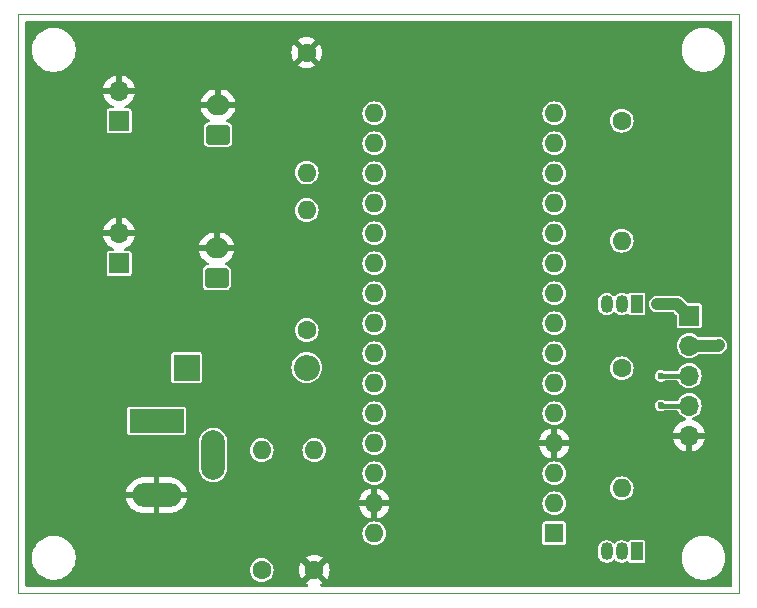
<source format=gbr>
%TF.GenerationSoftware,KiCad,Pcbnew,8.0.5*%
%TF.CreationDate,2025-02-06T11:15:49+08:00*%
%TF.ProjectId,arduino_solar_bikelight_1,61726475-696e-46f5-9f73-6f6c61725f62,rev?*%
%TF.SameCoordinates,Original*%
%TF.FileFunction,Copper,L1,Top*%
%TF.FilePolarity,Positive*%
%FSLAX46Y46*%
G04 Gerber Fmt 4.6, Leading zero omitted, Abs format (unit mm)*
G04 Created by KiCad (PCBNEW 8.0.5) date 2025-02-06 11:15:49*
%MOMM*%
%LPD*%
G01*
G04 APERTURE LIST*
G04 Aperture macros list*
%AMRoundRect*
0 Rectangle with rounded corners*
0 $1 Rounding radius*
0 $2 $3 $4 $5 $6 $7 $8 $9 X,Y pos of 4 corners*
0 Add a 4 corners polygon primitive as box body*
4,1,4,$2,$3,$4,$5,$6,$7,$8,$9,$2,$3,0*
0 Add four circle primitives for the rounded corners*
1,1,$1+$1,$2,$3*
1,1,$1+$1,$4,$5*
1,1,$1+$1,$6,$7*
1,1,$1+$1,$8,$9*
0 Add four rect primitives between the rounded corners*
20,1,$1+$1,$2,$3,$4,$5,0*
20,1,$1+$1,$4,$5,$6,$7,0*
20,1,$1+$1,$6,$7,$8,$9,0*
20,1,$1+$1,$8,$9,$2,$3,0*%
G04 Aperture macros list end*
%TA.AperFunction,ComponentPad*%
%ADD10R,1.700000X1.700000*%
%TD*%
%TA.AperFunction,ComponentPad*%
%ADD11O,1.700000X1.700000*%
%TD*%
%TA.AperFunction,ComponentPad*%
%ADD12C,1.600000*%
%TD*%
%TA.AperFunction,ComponentPad*%
%ADD13O,1.600000X1.600000*%
%TD*%
%TA.AperFunction,ComponentPad*%
%ADD14R,1.600000X1.600000*%
%TD*%
%TA.AperFunction,ComponentPad*%
%ADD15R,4.600000X2.000000*%
%TD*%
%TA.AperFunction,ComponentPad*%
%ADD16O,4.200000X2.000000*%
%TD*%
%TA.AperFunction,ComponentPad*%
%ADD17O,2.000000X4.200000*%
%TD*%
%TA.AperFunction,ComponentPad*%
%ADD18R,1.050000X1.500000*%
%TD*%
%TA.AperFunction,ComponentPad*%
%ADD19O,1.050000X1.500000*%
%TD*%
%TA.AperFunction,ComponentPad*%
%ADD20RoundRect,0.250000X0.750000X-0.600000X0.750000X0.600000X-0.750000X0.600000X-0.750000X-0.600000X0*%
%TD*%
%TA.AperFunction,ComponentPad*%
%ADD21O,2.000000X1.700000*%
%TD*%
%TA.AperFunction,ComponentPad*%
%ADD22R,2.200000X2.200000*%
%TD*%
%TA.AperFunction,ComponentPad*%
%ADD23O,2.200000X2.200000*%
%TD*%
%TA.AperFunction,ViaPad*%
%ADD24C,0.600000*%
%TD*%
%TA.AperFunction,Conductor*%
%ADD25C,0.400000*%
%TD*%
%TA.AperFunction,Conductor*%
%ADD26C,1.000000*%
%TD*%
%TA.AperFunction,Profile*%
%ADD27C,0.050000*%
%TD*%
G04 APERTURE END LIST*
D10*
%TO.P,J5,1,Pin_1*%
%TO.N,+VDC*%
X135285000Y-79460000D03*
D11*
%TO.P,J5,2,Pin_2*%
%TO.N,-BATT*%
X135285000Y-76920000D03*
%TD*%
D10*
%TO.P,J6,1,Pin_1*%
%TO.N,+BATT*%
X135285000Y-67395000D03*
D11*
%TO.P,J6,2,Pin_2*%
%TO.N,-BATT*%
X135285000Y-64855000D03*
%TD*%
D12*
%TO.P,R1,1*%
%TO.N,+VDC*%
X147350000Y-105440000D03*
D13*
%TO.P,R1,2*%
%TO.N,/CHARGING_PIN*%
X147350000Y-95280000D03*
%TD*%
D12*
%TO.P,R4,1*%
%TO.N,-BATT*%
X151160000Y-61625000D03*
D13*
%TO.P,R4,2*%
%TO.N,/BAT_PIN*%
X151160000Y-71785000D03*
%TD*%
D12*
%TO.P,R2,1*%
%TO.N,-BATT*%
X151795000Y-105440000D03*
D13*
%TO.P,R2,2*%
%TO.N,/CHARGING_PIN*%
X151795000Y-95280000D03*
%TD*%
D14*
%TO.P,A1,1,D1/TX*%
%TO.N,unconnected-(A1-D1{slash}TX-Pad1)*%
X172115000Y-102315000D03*
D13*
%TO.P,A1,2,D0/RX*%
%TO.N,unconnected-(A1-D0{slash}RX-Pad2)*%
X172115000Y-99775000D03*
%TO.P,A1,3,~{RESET}*%
%TO.N,unconnected-(A1-~{RESET}-Pad3)*%
X172115000Y-97235000D03*
%TO.P,A1,4,GND*%
%TO.N,-BATT*%
X172115000Y-94695000D03*
%TO.P,A1,5,D2*%
%TO.N,/BUTTON_PIN*%
X172115000Y-92155000D03*
%TO.P,A1,6,D3*%
%TO.N,unconnected-(A1-D3-Pad6)*%
X172115000Y-89615000D03*
%TO.P,A1,7,D4*%
%TO.N,/LOW_LED_PIN*%
X172115000Y-87075000D03*
%TO.P,A1,8,D5*%
%TO.N,/CHARGING_LED_PIN*%
X172115000Y-84535000D03*
%TO.P,A1,9,D6*%
%TO.N,/HIGH_LED_PIN*%
X172115000Y-81995000D03*
%TO.P,A1,10,D7*%
%TO.N,unconnected-(A1-D7-Pad10)*%
X172115000Y-79455000D03*
%TO.P,A1,11,D8*%
%TO.N,unconnected-(A1-D8-Pad11)*%
X172115000Y-76915000D03*
%TO.P,A1,12,D9*%
%TO.N,unconnected-(A1-D9-Pad12)*%
X172115000Y-74375000D03*
%TO.P,A1,13,D10*%
%TO.N,unconnected-(A1-D10-Pad13)*%
X172115000Y-71835000D03*
%TO.P,A1,14,D11*%
%TO.N,unconnected-(A1-D11-Pad14)*%
X172115000Y-69295000D03*
%TO.P,A1,15,D12*%
%TO.N,unconnected-(A1-D12-Pad15)*%
X172115000Y-66755000D03*
%TO.P,A1,16,D13*%
%TO.N,unconnected-(A1-D13-Pad16)*%
X156875000Y-66755000D03*
%TO.P,A1,17,3V3*%
%TO.N,unconnected-(A1-3V3-Pad17)*%
X156875000Y-69295000D03*
%TO.P,A1,18,AREF*%
%TO.N,unconnected-(A1-AREF-Pad18)*%
X156875000Y-71835000D03*
%TO.P,A1,19,A0*%
%TO.N,/CHARGING_PIN*%
X156875000Y-74375000D03*
%TO.P,A1,20,A1*%
%TO.N,/BAT_PIN*%
X156875000Y-76915000D03*
%TO.P,A1,21,A2*%
%TO.N,unconnected-(A1-A2-Pad21)*%
X156875000Y-79455000D03*
%TO.P,A1,22,A3*%
%TO.N,unconnected-(A1-A3-Pad22)*%
X156875000Y-81995000D03*
%TO.P,A1,23,A4*%
%TO.N,unconnected-(A1-A4-Pad23)*%
X156875000Y-84535000D03*
%TO.P,A1,24,A5*%
%TO.N,unconnected-(A1-A5-Pad24)*%
X156875000Y-87075000D03*
%TO.P,A1,25,A6*%
%TO.N,unconnected-(A1-A6-Pad25)*%
X156875000Y-89615000D03*
%TO.P,A1,26,A7*%
%TO.N,unconnected-(A1-A7-Pad26)*%
X156875000Y-92155000D03*
%TO.P,A1,27,+5V*%
%TO.N,+BATT*%
X156875000Y-94695000D03*
%TO.P,A1,28,~{RESET}*%
%TO.N,unconnected-(A1-~{RESET}-Pad28)*%
X156875000Y-97235000D03*
%TO.P,A1,29,GND*%
%TO.N,-BATT*%
X156875000Y-99775000D03*
%TO.P,A1,30,VIN*%
%TO.N,unconnected-(A1-VIN-Pad30)*%
X156875000Y-102315000D03*
%TD*%
D12*
%TO.P,R6,1*%
%TO.N,/HIGH_LED_PIN*%
X177830000Y-67390000D03*
D13*
%TO.P,R6,2*%
%TO.N,Net-(Q2-B)*%
X177830000Y-77550000D03*
%TD*%
D15*
%TO.P,J1,1*%
%TO.N,+VDC*%
X138445000Y-92790000D03*
D16*
%TO.P,J1,2*%
%TO.N,-BATT*%
X138445000Y-99090000D03*
D17*
%TO.P,J1,3*%
%TO.N,N/C*%
X143245000Y-95690000D03*
%TD*%
D18*
%TO.P,Q2,1,E*%
%TO.N,/LOW_LED_OUT*%
X179100000Y-82905000D03*
D19*
%TO.P,Q2,2,B*%
%TO.N,Net-(Q2-B)*%
X177830000Y-82905000D03*
%TO.P,Q2,3,C*%
%TO.N,+BATT*%
X176560000Y-82905000D03*
%TD*%
D20*
%TO.P,J3,1,Pin_1*%
%TO.N,+BATT*%
X143650000Y-68570000D03*
D21*
%TO.P,J3,2,Pin_2*%
%TO.N,-BATT*%
X143650000Y-66070000D03*
%TD*%
D20*
%TO.P,J2,1,Pin_1*%
%TO.N,/SOLAR_IN*%
X143540000Y-80685000D03*
D21*
%TO.P,J2,2,Pin_2*%
%TO.N,-BATT*%
X143540000Y-78185000D03*
%TD*%
D12*
%TO.P,R3,1*%
%TO.N,+BATT*%
X151160000Y-85120000D03*
D13*
%TO.P,R3,2*%
%TO.N,/BAT_PIN*%
X151160000Y-74960000D03*
%TD*%
D22*
%TO.P,D1,1,K*%
%TO.N,+VDC*%
X141000000Y-88295000D03*
D23*
%TO.P,D1,2,A*%
%TO.N,/SOLAR_IN*%
X151160000Y-88295000D03*
%TD*%
D12*
%TO.P,R5,1*%
%TO.N,/LOW_LED_PIN*%
X177830000Y-88345000D03*
D13*
%TO.P,R5,2*%
%TO.N,Net-(Q1-B)*%
X177830000Y-98505000D03*
%TD*%
D18*
%TO.P,Q1,1,E*%
%TO.N,/HIGH_LED_OUT+*%
X179100000Y-103860000D03*
D19*
%TO.P,Q1,2,B*%
%TO.N,Net-(Q1-B)*%
X177830000Y-103860000D03*
%TO.P,Q1,3,C*%
%TO.N,+BATT*%
X176560000Y-103860000D03*
%TD*%
D10*
%TO.P,J4,1,Pin_1*%
%TO.N,/LOW_LED_OUT*%
X183545000Y-83900000D03*
D11*
%TO.P,J4,2,Pin_2*%
%TO.N,/HIGH_LED_OUT+*%
X183545000Y-86440000D03*
%TO.P,J4,3,Pin_3*%
%TO.N,/CHARGING_LED_PIN*%
X183545000Y-88980000D03*
%TO.P,J4,4,Pin_4*%
%TO.N,/BUTTON_PIN*%
X183545000Y-91520000D03*
%TO.P,J4,5,Pin_5*%
%TO.N,-BATT*%
X183545000Y-94060000D03*
%TD*%
D24*
%TO.N,-BATT*%
X181345000Y-94095000D03*
%TO.N,/CHARGING_LED_PIN*%
X181145000Y-88995000D03*
%TO.N,/BUTTON_PIN*%
X181145000Y-91495000D03*
%TO.N,/HIGH_LED_OUT+*%
X185945000Y-86440000D03*
%TO.N,/LOW_LED_OUT*%
X180845000Y-82905000D03*
%TD*%
D25*
%TO.N,/CHARGING_LED_PIN*%
X181060000Y-88980000D02*
X181045000Y-88995000D01*
X183545000Y-88980000D02*
X181060000Y-88980000D01*
%TO.N,/BUTTON_PIN*%
X181070000Y-91520000D02*
X181045000Y-91495000D01*
X183545000Y-91520000D02*
X181070000Y-91520000D01*
D26*
%TO.N,/HIGH_LED_OUT+*%
X185945000Y-86440000D02*
X186000000Y-86440000D01*
X186000000Y-86440000D02*
X186045000Y-86395000D01*
X183545000Y-86440000D02*
X185945000Y-86440000D01*
%TO.N,/LOW_LED_OUT*%
X180845000Y-82905000D02*
X182550000Y-82905000D01*
X182550000Y-82905000D02*
X183545000Y-83900000D01*
%TD*%
%TA.AperFunction,Conductor*%
%TO.N,-BATT*%
G36*
X187137539Y-58965185D02*
G01*
X187183294Y-59017989D01*
X187194500Y-59069500D01*
X187194500Y-106720500D01*
X187174815Y-106787539D01*
X187122011Y-106833294D01*
X187070500Y-106844500D01*
X152418431Y-106844500D01*
X152351392Y-106824815D01*
X152305637Y-106772011D01*
X152295693Y-106702853D01*
X152324718Y-106639297D01*
X152366027Y-106608118D01*
X152447478Y-106570136D01*
X152520471Y-106519024D01*
X151841447Y-105840000D01*
X151847661Y-105840000D01*
X151949394Y-105812741D01*
X152040606Y-105760080D01*
X152115080Y-105685606D01*
X152167741Y-105594394D01*
X152195000Y-105492661D01*
X152195000Y-105486447D01*
X152874024Y-106165471D01*
X152925136Y-106092478D01*
X153021264Y-105886331D01*
X153021269Y-105886317D01*
X153080139Y-105666610D01*
X153080141Y-105666599D01*
X153099966Y-105440002D01*
X153099966Y-105439997D01*
X153080141Y-105213400D01*
X153080139Y-105213389D01*
X153021269Y-104993682D01*
X153021264Y-104993668D01*
X152925136Y-104787521D01*
X152925132Y-104787513D01*
X152874025Y-104714526D01*
X152195000Y-105393551D01*
X152195000Y-105387339D01*
X152167741Y-105285606D01*
X152115080Y-105194394D01*
X152040606Y-105119920D01*
X151949394Y-105067259D01*
X151847661Y-105040000D01*
X151841448Y-105040000D01*
X152520472Y-104360974D01*
X152447478Y-104309863D01*
X152241331Y-104213735D01*
X152241317Y-104213730D01*
X152027570Y-104156457D01*
X175834499Y-104156457D01*
X175862379Y-104296614D01*
X175862381Y-104296620D01*
X175917069Y-104428650D01*
X175917074Y-104428659D01*
X175996467Y-104547478D01*
X175996470Y-104547482D01*
X176097517Y-104648529D01*
X176097521Y-104648532D01*
X176216340Y-104727925D01*
X176216349Y-104727930D01*
X176219215Y-104729117D01*
X176348380Y-104782619D01*
X176348384Y-104782619D01*
X176348385Y-104782620D01*
X176488542Y-104810500D01*
X176488545Y-104810500D01*
X176631457Y-104810500D01*
X176746976Y-104787521D01*
X176771620Y-104782619D01*
X176903653Y-104727929D01*
X177022479Y-104648532D01*
X177041263Y-104629748D01*
X177107319Y-104563693D01*
X177168642Y-104530208D01*
X177238334Y-104535192D01*
X177282681Y-104563693D01*
X177367517Y-104648529D01*
X177367521Y-104648532D01*
X177486340Y-104727925D01*
X177486349Y-104727930D01*
X177489215Y-104729117D01*
X177618380Y-104782619D01*
X177618384Y-104782619D01*
X177618385Y-104782620D01*
X177758542Y-104810500D01*
X177758545Y-104810500D01*
X177901457Y-104810500D01*
X178016976Y-104787521D01*
X178041620Y-104782619D01*
X178173653Y-104727929D01*
X178193712Y-104714526D01*
X178235785Y-104686414D01*
X178302462Y-104665536D01*
X178369842Y-104684020D01*
X178407778Y-104720625D01*
X178430447Y-104754552D01*
X178496769Y-104798867D01*
X178496770Y-104798868D01*
X178555247Y-104810499D01*
X178555250Y-104810500D01*
X178555252Y-104810500D01*
X179644750Y-104810500D01*
X179644751Y-104810499D01*
X179659568Y-104807552D01*
X179703229Y-104798868D01*
X179703229Y-104798867D01*
X179703231Y-104798867D01*
X179769552Y-104754552D01*
X179813867Y-104688231D01*
X179813867Y-104688229D01*
X179813868Y-104688229D01*
X179825499Y-104629752D01*
X179825500Y-104629750D01*
X179825500Y-104273711D01*
X182894500Y-104273711D01*
X182894500Y-104516288D01*
X182922518Y-104729116D01*
X182926162Y-104756789D01*
X182934394Y-104787512D01*
X182988947Y-104991104D01*
X183015524Y-105055266D01*
X183081776Y-105215212D01*
X183203064Y-105425289D01*
X183203066Y-105425292D01*
X183203067Y-105425293D01*
X183350733Y-105617736D01*
X183350739Y-105617743D01*
X183522256Y-105789260D01*
X183522263Y-105789266D01*
X183568477Y-105824727D01*
X183714711Y-105936936D01*
X183924788Y-106058224D01*
X184148900Y-106151054D01*
X184383211Y-106213838D01*
X184563586Y-106237584D01*
X184623711Y-106245500D01*
X184623712Y-106245500D01*
X184866289Y-106245500D01*
X184914388Y-106239167D01*
X185106789Y-106213838D01*
X185341100Y-106151054D01*
X185565212Y-106058224D01*
X185775289Y-105936936D01*
X185967738Y-105789265D01*
X186139265Y-105617738D01*
X186286936Y-105425289D01*
X186408224Y-105215212D01*
X186501054Y-104991100D01*
X186563838Y-104756789D01*
X186595500Y-104516288D01*
X186595500Y-104273712D01*
X186563838Y-104033211D01*
X186501054Y-103798900D01*
X186408224Y-103574788D01*
X186286936Y-103364711D01*
X186139265Y-103172262D01*
X186139260Y-103172256D01*
X185967743Y-103000739D01*
X185967736Y-103000733D01*
X185775293Y-102853067D01*
X185775292Y-102853066D01*
X185775289Y-102853064D01*
X185565212Y-102731776D01*
X185565205Y-102731773D01*
X185341104Y-102638947D01*
X185106785Y-102576161D01*
X184866289Y-102544500D01*
X184866288Y-102544500D01*
X184623712Y-102544500D01*
X184623711Y-102544500D01*
X184383214Y-102576161D01*
X184148895Y-102638947D01*
X183924794Y-102731773D01*
X183924785Y-102731777D01*
X183714706Y-102853067D01*
X183522263Y-103000733D01*
X183522256Y-103000739D01*
X183350739Y-103172256D01*
X183350733Y-103172263D01*
X183203067Y-103364706D01*
X183081777Y-103574785D01*
X183081773Y-103574794D01*
X182988947Y-103798895D01*
X182926161Y-104033214D01*
X182894500Y-104273711D01*
X179825500Y-104273711D01*
X179825500Y-103090249D01*
X179825499Y-103090247D01*
X179813868Y-103031770D01*
X179813867Y-103031769D01*
X179769552Y-102965447D01*
X179703230Y-102921132D01*
X179703229Y-102921131D01*
X179644752Y-102909500D01*
X179644748Y-102909500D01*
X178555252Y-102909500D01*
X178555247Y-102909500D01*
X178496770Y-102921131D01*
X178496769Y-102921132D01*
X178430446Y-102965448D01*
X178407777Y-102999375D01*
X178354164Y-103044180D01*
X178284839Y-103052886D01*
X178235786Y-103033586D01*
X178173657Y-102992073D01*
X178173650Y-102992069D01*
X178041620Y-102937381D01*
X178041614Y-102937379D01*
X177901457Y-102909500D01*
X177901455Y-102909500D01*
X177758545Y-102909500D01*
X177758543Y-102909500D01*
X177618385Y-102937379D01*
X177618379Y-102937381D01*
X177486349Y-102992069D01*
X177486340Y-102992074D01*
X177367521Y-103071467D01*
X177367517Y-103071470D01*
X177282681Y-103156307D01*
X177221358Y-103189792D01*
X177151666Y-103184808D01*
X177107319Y-103156307D01*
X177022482Y-103071470D01*
X177022478Y-103071467D01*
X176903659Y-102992074D01*
X176903650Y-102992069D01*
X176771620Y-102937381D01*
X176771614Y-102937379D01*
X176631457Y-102909500D01*
X176631455Y-102909500D01*
X176488545Y-102909500D01*
X176488543Y-102909500D01*
X176348385Y-102937379D01*
X176348379Y-102937381D01*
X176216349Y-102992069D01*
X176216340Y-102992074D01*
X176097521Y-103071467D01*
X176097517Y-103071470D01*
X175996470Y-103172517D01*
X175996467Y-103172521D01*
X175917074Y-103291340D01*
X175917069Y-103291349D01*
X175862381Y-103423379D01*
X175862379Y-103423385D01*
X175834500Y-103563542D01*
X175834500Y-103563545D01*
X175834500Y-104156455D01*
X175834500Y-104156457D01*
X175834499Y-104156457D01*
X152027570Y-104156457D01*
X152021610Y-104154860D01*
X152021599Y-104154858D01*
X151795002Y-104135034D01*
X151794998Y-104135034D01*
X151568400Y-104154858D01*
X151568389Y-104154860D01*
X151348682Y-104213730D01*
X151348673Y-104213734D01*
X151142516Y-104309866D01*
X151142512Y-104309868D01*
X151069526Y-104360973D01*
X151069526Y-104360974D01*
X151748553Y-105040000D01*
X151742339Y-105040000D01*
X151640606Y-105067259D01*
X151549394Y-105119920D01*
X151474920Y-105194394D01*
X151422259Y-105285606D01*
X151395000Y-105387339D01*
X151395000Y-105393552D01*
X150715974Y-104714526D01*
X150715973Y-104714526D01*
X150664868Y-104787512D01*
X150664866Y-104787516D01*
X150568734Y-104993673D01*
X150568730Y-104993682D01*
X150509860Y-105213389D01*
X150509858Y-105213400D01*
X150490034Y-105439997D01*
X150490034Y-105440002D01*
X150509858Y-105666599D01*
X150509860Y-105666610D01*
X150568730Y-105886317D01*
X150568735Y-105886331D01*
X150664863Y-106092478D01*
X150715974Y-106165472D01*
X151395000Y-105486446D01*
X151395000Y-105492661D01*
X151422259Y-105594394D01*
X151474920Y-105685606D01*
X151549394Y-105760080D01*
X151640606Y-105812741D01*
X151742339Y-105840000D01*
X151748553Y-105840000D01*
X151069526Y-106519025D01*
X151142513Y-106570132D01*
X151142521Y-106570136D01*
X151223973Y-106608118D01*
X151276413Y-106654290D01*
X151295565Y-106721483D01*
X151275349Y-106788365D01*
X151222184Y-106833699D01*
X151171569Y-106844500D01*
X127419500Y-106844500D01*
X127352461Y-106824815D01*
X127306706Y-106772011D01*
X127295500Y-106720500D01*
X127295500Y-104273711D01*
X127894500Y-104273711D01*
X127894500Y-104516288D01*
X127922518Y-104729116D01*
X127926162Y-104756789D01*
X127934394Y-104787512D01*
X127988947Y-104991104D01*
X128015524Y-105055266D01*
X128081776Y-105215212D01*
X128203064Y-105425289D01*
X128203066Y-105425292D01*
X128203067Y-105425293D01*
X128350733Y-105617736D01*
X128350739Y-105617743D01*
X128522256Y-105789260D01*
X128522263Y-105789266D01*
X128568477Y-105824727D01*
X128714711Y-105936936D01*
X128924788Y-106058224D01*
X129148900Y-106151054D01*
X129383211Y-106213838D01*
X129563586Y-106237584D01*
X129623711Y-106245500D01*
X129623712Y-106245500D01*
X129866289Y-106245500D01*
X129914388Y-106239167D01*
X130106789Y-106213838D01*
X130341100Y-106151054D01*
X130565212Y-106058224D01*
X130775289Y-105936936D01*
X130967738Y-105789265D01*
X131139265Y-105617738D01*
X131275648Y-105440000D01*
X146344659Y-105440000D01*
X146363975Y-105636129D01*
X146363976Y-105636132D01*
X146411729Y-105793553D01*
X146421188Y-105824733D01*
X146514086Y-105998532D01*
X146514090Y-105998539D01*
X146639116Y-106150883D01*
X146791460Y-106275909D01*
X146791467Y-106275913D01*
X146965266Y-106368811D01*
X146965269Y-106368811D01*
X146965273Y-106368814D01*
X147153868Y-106426024D01*
X147350000Y-106445341D01*
X147546132Y-106426024D01*
X147734727Y-106368814D01*
X147908538Y-106275910D01*
X148060883Y-106150883D01*
X148185910Y-105998538D01*
X148245893Y-105886317D01*
X148278811Y-105824733D01*
X148278811Y-105824732D01*
X148278814Y-105824727D01*
X148336024Y-105636132D01*
X148355341Y-105440000D01*
X148336024Y-105243868D01*
X148278814Y-105055273D01*
X148278811Y-105055269D01*
X148278811Y-105055266D01*
X148185913Y-104881467D01*
X148185909Y-104881460D01*
X148060883Y-104729116D01*
X147908539Y-104604090D01*
X147908532Y-104604086D01*
X147734733Y-104511188D01*
X147734727Y-104511186D01*
X147546132Y-104453976D01*
X147546129Y-104453975D01*
X147350000Y-104434659D01*
X147153870Y-104453975D01*
X146965266Y-104511188D01*
X146791467Y-104604086D01*
X146791460Y-104604090D01*
X146639116Y-104729116D01*
X146514090Y-104881460D01*
X146514086Y-104881467D01*
X146421188Y-105055266D01*
X146363975Y-105243870D01*
X146344659Y-105440000D01*
X131275648Y-105440000D01*
X131286936Y-105425289D01*
X131408224Y-105215212D01*
X131501054Y-104991100D01*
X131563838Y-104756789D01*
X131595500Y-104516288D01*
X131595500Y-104273712D01*
X131563838Y-104033211D01*
X131501054Y-103798900D01*
X131408224Y-103574788D01*
X131286936Y-103364711D01*
X131139265Y-103172262D01*
X131139260Y-103172256D01*
X130967743Y-103000739D01*
X130967736Y-103000733D01*
X130775293Y-102853067D01*
X130775292Y-102853066D01*
X130775289Y-102853064D01*
X130565212Y-102731776D01*
X130565205Y-102731773D01*
X130341104Y-102638947D01*
X130106785Y-102576161D01*
X129866289Y-102544500D01*
X129866288Y-102544500D01*
X129623712Y-102544500D01*
X129623711Y-102544500D01*
X129383214Y-102576161D01*
X129148895Y-102638947D01*
X128924794Y-102731773D01*
X128924785Y-102731777D01*
X128714706Y-102853067D01*
X128522263Y-103000733D01*
X128522256Y-103000739D01*
X128350739Y-103172256D01*
X128350733Y-103172263D01*
X128203067Y-103364706D01*
X128081777Y-103574785D01*
X128081773Y-103574794D01*
X127988947Y-103798895D01*
X127926161Y-104033214D01*
X127894500Y-104273711D01*
X127295500Y-104273711D01*
X127295500Y-102315000D01*
X155869659Y-102315000D01*
X155888975Y-102511129D01*
X155888976Y-102511132D01*
X155927748Y-102638947D01*
X155946188Y-102699733D01*
X156039086Y-102873532D01*
X156039090Y-102873539D01*
X156164116Y-103025883D01*
X156316460Y-103150909D01*
X156316467Y-103150913D01*
X156490266Y-103243811D01*
X156490269Y-103243811D01*
X156490273Y-103243814D01*
X156678868Y-103301024D01*
X156875000Y-103320341D01*
X157071132Y-103301024D01*
X157259727Y-103243814D01*
X157433538Y-103150910D01*
X157585883Y-103025883D01*
X157710910Y-102873538D01*
X157786683Y-102731777D01*
X157803811Y-102699733D01*
X157803811Y-102699732D01*
X157803814Y-102699727D01*
X157861024Y-102511132D01*
X157880341Y-102315000D01*
X157861024Y-102118868D01*
X157803814Y-101930273D01*
X157803811Y-101930269D01*
X157803811Y-101930266D01*
X157710913Y-101756467D01*
X157710909Y-101756460D01*
X157585883Y-101604116D01*
X157453226Y-101495247D01*
X171114500Y-101495247D01*
X171114500Y-103134752D01*
X171126131Y-103193229D01*
X171126132Y-103193230D01*
X171170447Y-103259552D01*
X171236769Y-103303867D01*
X171236770Y-103303868D01*
X171295247Y-103315499D01*
X171295250Y-103315500D01*
X171295252Y-103315500D01*
X172934750Y-103315500D01*
X172934751Y-103315499D01*
X172949568Y-103312552D01*
X172993229Y-103303868D01*
X172993229Y-103303867D01*
X172993231Y-103303867D01*
X173059552Y-103259552D01*
X173103867Y-103193231D01*
X173103867Y-103193229D01*
X173103868Y-103193229D01*
X173115499Y-103134752D01*
X173115500Y-103134750D01*
X173115500Y-101495249D01*
X173115499Y-101495247D01*
X173103868Y-101436770D01*
X173103867Y-101436769D01*
X173059552Y-101370447D01*
X172993230Y-101326132D01*
X172993229Y-101326131D01*
X172934752Y-101314500D01*
X172934748Y-101314500D01*
X171295252Y-101314500D01*
X171295247Y-101314500D01*
X171236770Y-101326131D01*
X171236769Y-101326132D01*
X171170447Y-101370447D01*
X171126132Y-101436769D01*
X171126131Y-101436770D01*
X171114500Y-101495247D01*
X157453226Y-101495247D01*
X157433539Y-101479090D01*
X157433532Y-101479086D01*
X157259733Y-101386188D01*
X157259727Y-101386186D01*
X157071132Y-101328976D01*
X157071129Y-101328975D01*
X156875000Y-101309659D01*
X156678870Y-101328975D01*
X156490266Y-101386188D01*
X156316467Y-101479086D01*
X156316460Y-101479090D01*
X156164116Y-101604116D01*
X156039090Y-101756460D01*
X156039086Y-101756467D01*
X155946188Y-101930266D01*
X155888975Y-102118870D01*
X155869659Y-102315000D01*
X127295500Y-102315000D01*
X127295500Y-98840000D01*
X135865898Y-98840000D01*
X136911988Y-98840000D01*
X136879075Y-98897007D01*
X136845000Y-99024174D01*
X136845000Y-99155826D01*
X136879075Y-99282993D01*
X136911988Y-99340000D01*
X135865898Y-99340000D01*
X135881934Y-99441247D01*
X135954897Y-99665802D01*
X136062085Y-99876171D01*
X136200866Y-100067186D01*
X136367813Y-100234133D01*
X136558828Y-100372914D01*
X136769197Y-100480102D01*
X136993752Y-100553065D01*
X136993751Y-100553065D01*
X137226948Y-100590000D01*
X138195000Y-100590000D01*
X138195000Y-99590000D01*
X138695000Y-99590000D01*
X138695000Y-100590000D01*
X139663052Y-100590000D01*
X139896247Y-100553065D01*
X140120802Y-100480102D01*
X140331171Y-100372914D01*
X140522186Y-100234133D01*
X140689133Y-100067186D01*
X140827914Y-99876171D01*
X140935102Y-99665802D01*
X140980852Y-99524999D01*
X155596127Y-99524999D01*
X155596128Y-99525000D01*
X156441988Y-99525000D01*
X156409075Y-99582007D01*
X156375000Y-99709174D01*
X156375000Y-99840826D01*
X156409075Y-99967993D01*
X156441988Y-100025000D01*
X155596128Y-100025000D01*
X155648730Y-100221317D01*
X155648734Y-100221326D01*
X155744865Y-100427482D01*
X155875342Y-100613820D01*
X156036179Y-100774657D01*
X156222517Y-100905134D01*
X156428673Y-101001265D01*
X156428682Y-101001269D01*
X156624999Y-101053872D01*
X156625000Y-101053871D01*
X156625000Y-100208012D01*
X156682007Y-100240925D01*
X156809174Y-100275000D01*
X156940826Y-100275000D01*
X157067993Y-100240925D01*
X157125000Y-100208012D01*
X157125000Y-101053872D01*
X157321317Y-101001269D01*
X157321326Y-101001265D01*
X157527482Y-100905134D01*
X157713820Y-100774657D01*
X157874657Y-100613820D01*
X158005134Y-100427482D01*
X158101265Y-100221326D01*
X158101269Y-100221317D01*
X158153872Y-100025000D01*
X157308012Y-100025000D01*
X157340925Y-99967993D01*
X157375000Y-99840826D01*
X157375000Y-99775000D01*
X171109659Y-99775000D01*
X171128975Y-99971129D01*
X171186188Y-100159733D01*
X171279086Y-100333532D01*
X171279090Y-100333539D01*
X171404116Y-100485883D01*
X171556460Y-100610909D01*
X171556467Y-100610913D01*
X171730266Y-100703811D01*
X171730269Y-100703811D01*
X171730273Y-100703814D01*
X171918868Y-100761024D01*
X172115000Y-100780341D01*
X172311132Y-100761024D01*
X172499727Y-100703814D01*
X172673538Y-100610910D01*
X172825883Y-100485883D01*
X172950910Y-100333538D01*
X173010893Y-100221317D01*
X173043811Y-100159733D01*
X173043811Y-100159732D01*
X173043814Y-100159727D01*
X173101024Y-99971132D01*
X173120341Y-99775000D01*
X173101024Y-99578868D01*
X173043814Y-99390273D01*
X173043811Y-99390269D01*
X173043811Y-99390266D01*
X172950913Y-99216467D01*
X172950909Y-99216460D01*
X172825883Y-99064116D01*
X172673539Y-98939090D01*
X172673532Y-98939086D01*
X172499733Y-98846188D01*
X172499727Y-98846186D01*
X172311132Y-98788976D01*
X172311129Y-98788975D01*
X172115000Y-98769659D01*
X171918870Y-98788975D01*
X171730266Y-98846188D01*
X171556467Y-98939086D01*
X171556460Y-98939090D01*
X171404116Y-99064116D01*
X171279090Y-99216460D01*
X171279086Y-99216467D01*
X171186188Y-99390266D01*
X171128975Y-99578870D01*
X171109659Y-99775000D01*
X157375000Y-99775000D01*
X157375000Y-99709174D01*
X157340925Y-99582007D01*
X157308012Y-99525000D01*
X158153872Y-99525000D01*
X158153872Y-99524999D01*
X158101269Y-99328682D01*
X158101265Y-99328673D01*
X158005134Y-99122517D01*
X157874657Y-98936179D01*
X157713820Y-98775342D01*
X157527482Y-98644865D01*
X157321328Y-98548734D01*
X157158114Y-98505000D01*
X176824659Y-98505000D01*
X176843975Y-98701129D01*
X176843976Y-98701132D01*
X176886101Y-98840000D01*
X176901188Y-98889733D01*
X176994086Y-99063532D01*
X176994090Y-99063539D01*
X177119116Y-99215883D01*
X177271460Y-99340909D01*
X177271467Y-99340913D01*
X177445266Y-99433811D01*
X177445269Y-99433811D01*
X177445273Y-99433814D01*
X177633868Y-99491024D01*
X177830000Y-99510341D01*
X178026132Y-99491024D01*
X178214727Y-99433814D01*
X178388538Y-99340910D01*
X178540883Y-99215883D01*
X178665910Y-99063538D01*
X178758814Y-98889727D01*
X178816024Y-98701132D01*
X178835341Y-98505000D01*
X178816024Y-98308868D01*
X178758814Y-98120273D01*
X178758811Y-98120269D01*
X178758811Y-98120266D01*
X178665913Y-97946467D01*
X178665909Y-97946460D01*
X178540883Y-97794116D01*
X178388539Y-97669090D01*
X178388532Y-97669086D01*
X178214733Y-97576188D01*
X178214727Y-97576186D01*
X178026132Y-97518976D01*
X178026129Y-97518975D01*
X177830000Y-97499659D01*
X177633870Y-97518975D01*
X177445266Y-97576188D01*
X177271467Y-97669086D01*
X177271460Y-97669090D01*
X177119116Y-97794116D01*
X176994090Y-97946460D01*
X176994086Y-97946467D01*
X176901188Y-98120266D01*
X176843975Y-98308870D01*
X176824659Y-98505000D01*
X157158114Y-98505000D01*
X157125000Y-98496127D01*
X157125000Y-99341988D01*
X157067993Y-99309075D01*
X156940826Y-99275000D01*
X156809174Y-99275000D01*
X156682007Y-99309075D01*
X156625000Y-99341988D01*
X156625000Y-98496127D01*
X156428671Y-98548734D01*
X156222517Y-98644865D01*
X156036179Y-98775342D01*
X155875342Y-98936179D01*
X155744865Y-99122517D01*
X155648734Y-99328673D01*
X155648730Y-99328682D01*
X155596127Y-99524999D01*
X140980852Y-99524999D01*
X141008065Y-99441247D01*
X141024102Y-99340000D01*
X139978012Y-99340000D01*
X140010925Y-99282993D01*
X140045000Y-99155826D01*
X140045000Y-99024174D01*
X140010925Y-98897007D01*
X139978012Y-98840000D01*
X141024102Y-98840000D01*
X141008065Y-98738752D01*
X140935102Y-98514197D01*
X140827914Y-98303828D01*
X140689133Y-98112813D01*
X140522186Y-97945866D01*
X140331171Y-97807085D01*
X140120802Y-97699897D01*
X139896247Y-97626934D01*
X139896248Y-97626934D01*
X139663052Y-97590000D01*
X138695000Y-97590000D01*
X138695000Y-98590000D01*
X138195000Y-98590000D01*
X138195000Y-97590000D01*
X137226948Y-97590000D01*
X136993752Y-97626934D01*
X136769197Y-97699897D01*
X136558828Y-97807085D01*
X136367813Y-97945866D01*
X136200866Y-98112813D01*
X136062085Y-98303828D01*
X135954897Y-98514197D01*
X135881934Y-98738752D01*
X135865898Y-98840000D01*
X127295500Y-98840000D01*
X127295500Y-94495513D01*
X142044500Y-94495513D01*
X142044500Y-96884486D01*
X142074059Y-97071118D01*
X142132454Y-97250836D01*
X142218240Y-97419199D01*
X142329310Y-97572073D01*
X142462927Y-97705690D01*
X142615801Y-97816760D01*
X142695347Y-97857290D01*
X142784163Y-97902545D01*
X142784165Y-97902545D01*
X142784168Y-97902547D01*
X142880497Y-97933846D01*
X142963881Y-97960940D01*
X143150514Y-97990500D01*
X143150519Y-97990500D01*
X143339486Y-97990500D01*
X143526118Y-97960940D01*
X143705832Y-97902547D01*
X143874199Y-97816760D01*
X144027073Y-97705690D01*
X144160690Y-97572073D01*
X144271760Y-97419199D01*
X144357547Y-97250832D01*
X144362691Y-97235000D01*
X155869659Y-97235000D01*
X155888975Y-97431129D01*
X155946188Y-97619733D01*
X156039086Y-97793532D01*
X156039090Y-97793539D01*
X156164116Y-97945883D01*
X156316460Y-98070909D01*
X156316467Y-98070913D01*
X156490266Y-98163811D01*
X156490269Y-98163811D01*
X156490273Y-98163814D01*
X156678868Y-98221024D01*
X156875000Y-98240341D01*
X157071132Y-98221024D01*
X157259727Y-98163814D01*
X157433538Y-98070910D01*
X157585883Y-97945883D01*
X157710910Y-97793538D01*
X157803814Y-97619727D01*
X157861024Y-97431132D01*
X157880341Y-97235000D01*
X171109659Y-97235000D01*
X171128975Y-97431129D01*
X171186188Y-97619733D01*
X171279086Y-97793532D01*
X171279090Y-97793539D01*
X171404116Y-97945883D01*
X171556460Y-98070909D01*
X171556467Y-98070913D01*
X171730266Y-98163811D01*
X171730269Y-98163811D01*
X171730273Y-98163814D01*
X171918868Y-98221024D01*
X172115000Y-98240341D01*
X172311132Y-98221024D01*
X172499727Y-98163814D01*
X172673538Y-98070910D01*
X172825883Y-97945883D01*
X172950910Y-97793538D01*
X173043814Y-97619727D01*
X173101024Y-97431132D01*
X173120341Y-97235000D01*
X173101024Y-97038868D01*
X173043814Y-96850273D01*
X173043811Y-96850269D01*
X173043811Y-96850266D01*
X172950913Y-96676467D01*
X172950909Y-96676460D01*
X172825883Y-96524116D01*
X172673539Y-96399090D01*
X172673532Y-96399086D01*
X172499733Y-96306188D01*
X172499727Y-96306186D01*
X172311132Y-96248976D01*
X172311129Y-96248975D01*
X172115000Y-96229659D01*
X171918870Y-96248975D01*
X171730266Y-96306188D01*
X171556467Y-96399086D01*
X171556460Y-96399090D01*
X171404116Y-96524116D01*
X171279090Y-96676460D01*
X171279086Y-96676467D01*
X171186188Y-96850266D01*
X171128975Y-97038870D01*
X171109659Y-97235000D01*
X157880341Y-97235000D01*
X157861024Y-97038868D01*
X157803814Y-96850273D01*
X157803811Y-96850269D01*
X157803811Y-96850266D01*
X157710913Y-96676467D01*
X157710909Y-96676460D01*
X157585883Y-96524116D01*
X157433539Y-96399090D01*
X157433532Y-96399086D01*
X157259733Y-96306188D01*
X157259727Y-96306186D01*
X157071132Y-96248976D01*
X157071129Y-96248975D01*
X156875000Y-96229659D01*
X156678870Y-96248975D01*
X156490266Y-96306188D01*
X156316467Y-96399086D01*
X156316460Y-96399090D01*
X156164116Y-96524116D01*
X156039090Y-96676460D01*
X156039086Y-96676467D01*
X155946188Y-96850266D01*
X155888975Y-97038870D01*
X155869659Y-97235000D01*
X144362691Y-97235000D01*
X144415940Y-97071118D01*
X144421048Y-97038868D01*
X144445500Y-96884486D01*
X144445500Y-95280000D01*
X146344659Y-95280000D01*
X146363975Y-95476129D01*
X146421188Y-95664733D01*
X146514086Y-95838532D01*
X146514090Y-95838539D01*
X146639116Y-95990883D01*
X146791460Y-96115909D01*
X146791467Y-96115913D01*
X146965266Y-96208811D01*
X146965269Y-96208811D01*
X146965273Y-96208814D01*
X147153868Y-96266024D01*
X147350000Y-96285341D01*
X147546132Y-96266024D01*
X147734727Y-96208814D01*
X147908538Y-96115910D01*
X148060883Y-95990883D01*
X148185910Y-95838538D01*
X148259778Y-95700341D01*
X148278811Y-95664733D01*
X148278811Y-95664732D01*
X148278814Y-95664727D01*
X148336024Y-95476132D01*
X148355341Y-95280000D01*
X150789659Y-95280000D01*
X150808975Y-95476129D01*
X150866188Y-95664733D01*
X150959086Y-95838532D01*
X150959090Y-95838539D01*
X151084116Y-95990883D01*
X151236460Y-96115909D01*
X151236467Y-96115913D01*
X151410266Y-96208811D01*
X151410269Y-96208811D01*
X151410273Y-96208814D01*
X151598868Y-96266024D01*
X151795000Y-96285341D01*
X151991132Y-96266024D01*
X152179727Y-96208814D01*
X152353538Y-96115910D01*
X152505883Y-95990883D01*
X152630910Y-95838538D01*
X152704778Y-95700341D01*
X152723811Y-95664733D01*
X152723811Y-95664732D01*
X152723814Y-95664727D01*
X152781024Y-95476132D01*
X152800341Y-95280000D01*
X152781024Y-95083868D01*
X152723814Y-94895273D01*
X152723811Y-94895269D01*
X152723811Y-94895266D01*
X152630913Y-94721467D01*
X152630909Y-94721460D01*
X152609194Y-94695000D01*
X155869659Y-94695000D01*
X155888975Y-94891129D01*
X155946188Y-95079733D01*
X156039086Y-95253532D01*
X156039090Y-95253539D01*
X156164116Y-95405883D01*
X156316460Y-95530909D01*
X156316467Y-95530913D01*
X156490266Y-95623811D01*
X156490269Y-95623811D01*
X156490273Y-95623814D01*
X156678868Y-95681024D01*
X156875000Y-95700341D01*
X157071132Y-95681024D01*
X157259727Y-95623814D01*
X157433538Y-95530910D01*
X157585883Y-95405883D01*
X157710910Y-95253538D01*
X157793991Y-95098105D01*
X157803811Y-95079733D01*
X157803811Y-95079732D01*
X157803814Y-95079727D01*
X157861024Y-94891132D01*
X157880341Y-94695000D01*
X157861024Y-94498868D01*
X157844683Y-94444999D01*
X170836127Y-94444999D01*
X170836128Y-94445000D01*
X171681988Y-94445000D01*
X171649075Y-94502007D01*
X171615000Y-94629174D01*
X171615000Y-94760826D01*
X171649075Y-94887993D01*
X171681988Y-94945000D01*
X170836128Y-94945000D01*
X170888730Y-95141317D01*
X170888734Y-95141326D01*
X170984865Y-95347482D01*
X171115342Y-95533820D01*
X171276179Y-95694657D01*
X171462517Y-95825134D01*
X171668673Y-95921265D01*
X171668682Y-95921269D01*
X171864999Y-95973872D01*
X171865000Y-95973871D01*
X171865000Y-95128012D01*
X171922007Y-95160925D01*
X172049174Y-95195000D01*
X172180826Y-95195000D01*
X172307993Y-95160925D01*
X172365000Y-95128012D01*
X172365000Y-95973872D01*
X172561317Y-95921269D01*
X172561326Y-95921265D01*
X172767482Y-95825134D01*
X172953820Y-95694657D01*
X173114657Y-95533820D01*
X173245134Y-95347482D01*
X173341265Y-95141326D01*
X173341269Y-95141317D01*
X173393872Y-94945000D01*
X172548012Y-94945000D01*
X172580925Y-94887993D01*
X172615000Y-94760826D01*
X172615000Y-94629174D01*
X172580925Y-94502007D01*
X172548012Y-94445000D01*
X173393872Y-94445000D01*
X173393872Y-94444999D01*
X173341269Y-94248682D01*
X173341265Y-94248673D01*
X173245134Y-94042517D01*
X173114657Y-93856179D01*
X172953820Y-93695342D01*
X172767482Y-93564865D01*
X172561328Y-93468734D01*
X172365000Y-93416127D01*
X172365000Y-94261988D01*
X172307993Y-94229075D01*
X172180826Y-94195000D01*
X172049174Y-94195000D01*
X171922007Y-94229075D01*
X171865000Y-94261988D01*
X171865000Y-93416127D01*
X171668671Y-93468734D01*
X171462517Y-93564865D01*
X171276179Y-93695342D01*
X171115342Y-93856179D01*
X170984865Y-94042517D01*
X170888734Y-94248673D01*
X170888730Y-94248682D01*
X170836127Y-94444999D01*
X157844683Y-94444999D01*
X157803814Y-94310273D01*
X157803811Y-94310269D01*
X157803811Y-94310266D01*
X157710913Y-94136467D01*
X157710909Y-94136460D01*
X157585883Y-93984116D01*
X157433539Y-93859090D01*
X157433532Y-93859086D01*
X157259733Y-93766188D01*
X157259727Y-93766186D01*
X157071132Y-93708976D01*
X157071129Y-93708975D01*
X156875000Y-93689659D01*
X156678870Y-93708975D01*
X156490266Y-93766188D01*
X156316467Y-93859086D01*
X156316460Y-93859090D01*
X156164116Y-93984116D01*
X156039090Y-94136460D01*
X156039086Y-94136467D01*
X155946188Y-94310266D01*
X155888975Y-94498870D01*
X155869659Y-94695000D01*
X152609194Y-94695000D01*
X152505883Y-94569116D01*
X152353539Y-94444090D01*
X152353532Y-94444086D01*
X152179733Y-94351188D01*
X152179727Y-94351186D01*
X152040267Y-94308881D01*
X151991129Y-94293975D01*
X151795000Y-94274659D01*
X151598870Y-94293975D01*
X151410266Y-94351188D01*
X151236467Y-94444086D01*
X151236460Y-94444090D01*
X151084116Y-94569116D01*
X150959090Y-94721460D01*
X150959086Y-94721467D01*
X150866188Y-94895266D01*
X150808975Y-95083870D01*
X150789659Y-95280000D01*
X148355341Y-95280000D01*
X148336024Y-95083868D01*
X148278814Y-94895273D01*
X148278811Y-94895269D01*
X148278811Y-94895266D01*
X148185913Y-94721467D01*
X148185909Y-94721460D01*
X148060883Y-94569116D01*
X147908539Y-94444090D01*
X147908532Y-94444086D01*
X147734733Y-94351188D01*
X147734727Y-94351186D01*
X147595267Y-94308881D01*
X147546129Y-94293975D01*
X147350000Y-94274659D01*
X147153870Y-94293975D01*
X146965266Y-94351188D01*
X146791467Y-94444086D01*
X146791460Y-94444090D01*
X146639116Y-94569116D01*
X146514090Y-94721460D01*
X146514086Y-94721467D01*
X146421188Y-94895266D01*
X146363975Y-95083870D01*
X146344659Y-95280000D01*
X144445500Y-95280000D01*
X144445500Y-94495513D01*
X144415940Y-94308881D01*
X144378937Y-94195000D01*
X144357547Y-94129168D01*
X144357545Y-94129165D01*
X144357545Y-94129163D01*
X144283640Y-93984117D01*
X144271760Y-93960801D01*
X144160690Y-93807927D01*
X144027073Y-93674310D01*
X143874199Y-93563240D01*
X143867840Y-93560000D01*
X143705836Y-93477454D01*
X143526118Y-93419059D01*
X143339486Y-93389500D01*
X143339481Y-93389500D01*
X143150519Y-93389500D01*
X143150514Y-93389500D01*
X142963881Y-93419059D01*
X142784163Y-93477454D01*
X142615800Y-93563240D01*
X142528579Y-93626610D01*
X142462927Y-93674310D01*
X142462925Y-93674312D01*
X142462924Y-93674312D01*
X142329312Y-93807924D01*
X142329312Y-93807925D01*
X142329310Y-93807927D01*
X142327805Y-93809999D01*
X142218240Y-93960800D01*
X142132454Y-94129163D01*
X142074059Y-94308881D01*
X142044500Y-94495513D01*
X127295500Y-94495513D01*
X127295500Y-91770247D01*
X135944500Y-91770247D01*
X135944500Y-93809752D01*
X135956131Y-93868229D01*
X135956132Y-93868230D01*
X136000447Y-93934552D01*
X136066769Y-93978867D01*
X136066770Y-93978868D01*
X136125247Y-93990499D01*
X136125250Y-93990500D01*
X136125252Y-93990500D01*
X140764750Y-93990500D01*
X140764751Y-93990499D01*
X140779568Y-93987552D01*
X140823229Y-93978868D01*
X140823229Y-93978867D01*
X140823231Y-93978867D01*
X140889552Y-93934552D01*
X140933867Y-93868231D01*
X140933867Y-93868229D01*
X140933868Y-93868229D01*
X140945499Y-93809752D01*
X140945500Y-93809750D01*
X140945500Y-92155000D01*
X155869659Y-92155000D01*
X155888975Y-92351129D01*
X155888976Y-92351132D01*
X155943652Y-92531375D01*
X155946188Y-92539733D01*
X156039086Y-92713532D01*
X156039090Y-92713539D01*
X156164116Y-92865883D01*
X156316460Y-92990909D01*
X156316467Y-92990913D01*
X156490266Y-93083811D01*
X156490269Y-93083811D01*
X156490273Y-93083814D01*
X156678868Y-93141024D01*
X156875000Y-93160341D01*
X157071132Y-93141024D01*
X157259727Y-93083814D01*
X157433538Y-92990910D01*
X157585883Y-92865883D01*
X157710910Y-92713538D01*
X157803814Y-92539727D01*
X157861024Y-92351132D01*
X157880341Y-92155000D01*
X171109659Y-92155000D01*
X171128975Y-92351129D01*
X171128976Y-92351132D01*
X171183652Y-92531375D01*
X171186188Y-92539733D01*
X171279086Y-92713532D01*
X171279090Y-92713539D01*
X171404116Y-92865883D01*
X171556460Y-92990909D01*
X171556467Y-92990913D01*
X171730266Y-93083811D01*
X171730269Y-93083811D01*
X171730273Y-93083814D01*
X171918868Y-93141024D01*
X172115000Y-93160341D01*
X172311132Y-93141024D01*
X172499727Y-93083814D01*
X172673538Y-92990910D01*
X172825883Y-92865883D01*
X172950910Y-92713538D01*
X173043814Y-92539727D01*
X173101024Y-92351132D01*
X173120341Y-92155000D01*
X173101024Y-91958868D01*
X173043814Y-91770273D01*
X173043811Y-91770269D01*
X173043811Y-91770266D01*
X172950913Y-91596467D01*
X172950907Y-91596458D01*
X172867642Y-91495000D01*
X180639353Y-91495000D01*
X180643238Y-91522020D01*
X180644500Y-91539667D01*
X180644500Y-91547725D01*
X180644501Y-91547733D01*
X180647840Y-91560197D01*
X180650802Y-91574636D01*
X180659834Y-91637453D01*
X180659835Y-91637458D01*
X180719622Y-91768371D01*
X180719623Y-91768373D01*
X180813872Y-91877143D01*
X180934947Y-91954953D01*
X180934950Y-91954954D01*
X180934949Y-91954954D01*
X181073036Y-91995499D01*
X181073038Y-91995500D01*
X181073039Y-91995500D01*
X181216962Y-91995500D01*
X181216962Y-91995499D01*
X181355050Y-91954954D01*
X181355051Y-91954954D01*
X181378032Y-91940185D01*
X181445071Y-91920500D01*
X182493599Y-91920500D01*
X182560638Y-91940185D01*
X182602957Y-91986046D01*
X182667315Y-92106450D01*
X182667317Y-92106452D01*
X182798589Y-92266410D01*
X182895209Y-92345702D01*
X182958550Y-92397685D01*
X183141046Y-92495232D01*
X183207551Y-92515405D01*
X183265989Y-92553702D01*
X183294446Y-92617514D01*
X183283887Y-92686581D01*
X183237663Y-92738975D01*
X183203650Y-92753841D01*
X183081514Y-92786567D01*
X183081507Y-92786570D01*
X182867422Y-92886399D01*
X182867420Y-92886400D01*
X182673926Y-93021886D01*
X182673920Y-93021891D01*
X182506891Y-93188920D01*
X182506886Y-93188926D01*
X182371400Y-93382420D01*
X182371399Y-93382422D01*
X182271570Y-93596507D01*
X182271567Y-93596513D01*
X182214364Y-93809999D01*
X182214364Y-93810000D01*
X183111988Y-93810000D01*
X183079075Y-93867007D01*
X183045000Y-93994174D01*
X183045000Y-94125826D01*
X183079075Y-94252993D01*
X183111988Y-94310000D01*
X182214364Y-94310000D01*
X182271567Y-94523486D01*
X182271570Y-94523492D01*
X182371399Y-94737578D01*
X182506894Y-94931082D01*
X182673917Y-95098105D01*
X182867421Y-95233600D01*
X183081507Y-95333429D01*
X183081516Y-95333433D01*
X183295000Y-95390634D01*
X183295000Y-94493012D01*
X183352007Y-94525925D01*
X183479174Y-94560000D01*
X183610826Y-94560000D01*
X183737993Y-94525925D01*
X183795000Y-94493012D01*
X183795000Y-95390633D01*
X184008483Y-95333433D01*
X184008492Y-95333429D01*
X184222578Y-95233600D01*
X184416082Y-95098105D01*
X184583105Y-94931082D01*
X184718600Y-94737578D01*
X184818429Y-94523492D01*
X184818432Y-94523486D01*
X184875636Y-94310000D01*
X183978012Y-94310000D01*
X184010925Y-94252993D01*
X184045000Y-94125826D01*
X184045000Y-93994174D01*
X184010925Y-93867007D01*
X183978012Y-93810000D01*
X184875636Y-93810000D01*
X184875635Y-93809999D01*
X184818432Y-93596513D01*
X184818429Y-93596507D01*
X184718600Y-93382422D01*
X184718599Y-93382420D01*
X184583113Y-93188926D01*
X184583108Y-93188920D01*
X184416082Y-93021894D01*
X184222578Y-92886399D01*
X184008492Y-92786570D01*
X184008486Y-92786567D01*
X183886349Y-92753841D01*
X183826689Y-92717476D01*
X183796160Y-92654629D01*
X183804455Y-92585253D01*
X183848940Y-92531375D01*
X183882444Y-92515407D01*
X183948954Y-92495232D01*
X184131450Y-92397685D01*
X184291410Y-92266410D01*
X184422685Y-92106450D01*
X184520232Y-91923954D01*
X184580300Y-91725934D01*
X184600583Y-91520000D01*
X184580300Y-91314066D01*
X184520232Y-91116046D01*
X184422685Y-90933550D01*
X184370702Y-90870209D01*
X184291410Y-90773589D01*
X184131452Y-90642317D01*
X184131453Y-90642317D01*
X184131450Y-90642315D01*
X183948954Y-90544768D01*
X183750934Y-90484700D01*
X183750932Y-90484699D01*
X183750934Y-90484699D01*
X183545000Y-90464417D01*
X183339067Y-90484699D01*
X183141043Y-90544769D01*
X183035799Y-90601024D01*
X182958550Y-90642315D01*
X182958548Y-90642316D01*
X182958547Y-90642317D01*
X182798589Y-90773589D01*
X182667317Y-90933547D01*
X182602957Y-91053954D01*
X182553994Y-91103798D01*
X182493599Y-91119500D01*
X181522874Y-91119500D01*
X181455835Y-91099815D01*
X181455834Y-91099815D01*
X181355051Y-91035046D01*
X181355050Y-91035045D01*
X181216963Y-90994500D01*
X181216961Y-90994500D01*
X181073039Y-90994500D01*
X181073036Y-90994500D01*
X180934949Y-91035045D01*
X180813873Y-91112856D01*
X180719623Y-91221626D01*
X180719622Y-91221628D01*
X180659835Y-91352541D01*
X180659834Y-91352545D01*
X180650802Y-91415363D01*
X180647840Y-91429802D01*
X180644501Y-91442265D01*
X180644500Y-91442273D01*
X180644500Y-91450331D01*
X180643238Y-91467977D01*
X180639353Y-91495000D01*
X172867642Y-91495000D01*
X172825883Y-91444116D01*
X172673539Y-91319090D01*
X172673532Y-91319086D01*
X172499733Y-91226188D01*
X172499727Y-91226186D01*
X172311132Y-91168976D01*
X172311129Y-91168975D01*
X172115000Y-91149659D01*
X171918870Y-91168975D01*
X171730266Y-91226188D01*
X171556467Y-91319086D01*
X171556460Y-91319090D01*
X171404116Y-91444116D01*
X171279093Y-91596458D01*
X171279086Y-91596467D01*
X171186188Y-91770266D01*
X171128975Y-91958870D01*
X171109659Y-92155000D01*
X157880341Y-92155000D01*
X157861024Y-91958868D01*
X157803814Y-91770273D01*
X157803811Y-91770269D01*
X157803811Y-91770266D01*
X157710913Y-91596467D01*
X157710907Y-91596458D01*
X157585883Y-91444116D01*
X157433539Y-91319090D01*
X157433532Y-91319086D01*
X157259733Y-91226188D01*
X157259727Y-91226186D01*
X157071132Y-91168976D01*
X157071129Y-91168975D01*
X156875000Y-91149659D01*
X156678870Y-91168975D01*
X156490266Y-91226188D01*
X156316467Y-91319086D01*
X156316460Y-91319090D01*
X156164116Y-91444116D01*
X156039093Y-91596458D01*
X156039086Y-91596467D01*
X155946188Y-91770266D01*
X155888975Y-91958870D01*
X155869659Y-92155000D01*
X140945500Y-92155000D01*
X140945500Y-91770249D01*
X140945499Y-91770247D01*
X140933868Y-91711770D01*
X140933867Y-91711769D01*
X140889552Y-91645447D01*
X140823230Y-91601132D01*
X140823229Y-91601131D01*
X140764752Y-91589500D01*
X140764748Y-91589500D01*
X136125252Y-91589500D01*
X136125247Y-91589500D01*
X136066770Y-91601131D01*
X136066769Y-91601132D01*
X136000447Y-91645447D01*
X135956132Y-91711769D01*
X135956131Y-91711770D01*
X135944500Y-91770247D01*
X127295500Y-91770247D01*
X127295500Y-89615000D01*
X155869659Y-89615000D01*
X155888975Y-89811129D01*
X155946188Y-89999733D01*
X156039086Y-90173532D01*
X156039090Y-90173539D01*
X156164116Y-90325883D01*
X156316460Y-90450909D01*
X156316467Y-90450913D01*
X156490266Y-90543811D01*
X156490269Y-90543811D01*
X156490273Y-90543814D01*
X156678868Y-90601024D01*
X156875000Y-90620341D01*
X157071132Y-90601024D01*
X157259727Y-90543814D01*
X157433538Y-90450910D01*
X157585883Y-90325883D01*
X157710910Y-90173538D01*
X157803814Y-89999727D01*
X157861024Y-89811132D01*
X157880341Y-89615000D01*
X171109659Y-89615000D01*
X171128975Y-89811129D01*
X171186188Y-89999733D01*
X171279086Y-90173532D01*
X171279090Y-90173539D01*
X171404116Y-90325883D01*
X171556460Y-90450909D01*
X171556467Y-90450913D01*
X171730266Y-90543811D01*
X171730269Y-90543811D01*
X171730273Y-90543814D01*
X171918868Y-90601024D01*
X172115000Y-90620341D01*
X172311132Y-90601024D01*
X172499727Y-90543814D01*
X172673538Y-90450910D01*
X172825883Y-90325883D01*
X172950910Y-90173538D01*
X173043814Y-89999727D01*
X173101024Y-89811132D01*
X173120341Y-89615000D01*
X173101024Y-89418868D01*
X173043814Y-89230273D01*
X173043811Y-89230269D01*
X173043811Y-89230266D01*
X172950913Y-89056467D01*
X172950909Y-89056460D01*
X172825883Y-88904116D01*
X172673539Y-88779090D01*
X172673532Y-88779086D01*
X172499733Y-88686188D01*
X172499727Y-88686186D01*
X172311132Y-88628976D01*
X172311129Y-88628975D01*
X172115000Y-88609659D01*
X171918870Y-88628975D01*
X171730266Y-88686188D01*
X171556467Y-88779086D01*
X171556460Y-88779090D01*
X171404116Y-88904116D01*
X171279090Y-89056460D01*
X171279086Y-89056467D01*
X171186188Y-89230266D01*
X171128975Y-89418870D01*
X171109659Y-89615000D01*
X157880341Y-89615000D01*
X157861024Y-89418868D01*
X157803814Y-89230273D01*
X157803811Y-89230269D01*
X157803811Y-89230266D01*
X157710913Y-89056467D01*
X157710909Y-89056460D01*
X157585883Y-88904116D01*
X157433539Y-88779090D01*
X157433532Y-88779086D01*
X157259733Y-88686188D01*
X157259727Y-88686186D01*
X157071132Y-88628976D01*
X157071129Y-88628975D01*
X156875000Y-88609659D01*
X156678870Y-88628975D01*
X156490266Y-88686188D01*
X156316467Y-88779086D01*
X156316460Y-88779090D01*
X156164116Y-88904116D01*
X156039090Y-89056460D01*
X156039086Y-89056467D01*
X155946188Y-89230266D01*
X155888975Y-89418870D01*
X155869659Y-89615000D01*
X127295500Y-89615000D01*
X127295500Y-87175247D01*
X139699500Y-87175247D01*
X139699500Y-89414752D01*
X139711131Y-89473229D01*
X139711132Y-89473230D01*
X139755447Y-89539552D01*
X139821769Y-89583867D01*
X139821770Y-89583868D01*
X139880247Y-89595499D01*
X139880250Y-89595500D01*
X139880252Y-89595500D01*
X142119750Y-89595500D01*
X142119751Y-89595499D01*
X142134568Y-89592552D01*
X142178229Y-89583868D01*
X142178229Y-89583867D01*
X142178231Y-89583867D01*
X142244552Y-89539552D01*
X142288867Y-89473231D01*
X142288867Y-89473229D01*
X142288868Y-89473229D01*
X142300499Y-89414752D01*
X142300500Y-89414750D01*
X142300500Y-88294998D01*
X149854532Y-88294998D01*
X149854532Y-88295001D01*
X149874364Y-88521686D01*
X149874366Y-88521697D01*
X149933258Y-88741488D01*
X149933261Y-88741497D01*
X150029431Y-88947732D01*
X150029432Y-88947734D01*
X150159954Y-89134141D01*
X150320858Y-89295045D01*
X150320861Y-89295047D01*
X150507266Y-89425568D01*
X150713504Y-89521739D01*
X150933308Y-89580635D01*
X151095230Y-89594801D01*
X151159998Y-89600468D01*
X151160000Y-89600468D01*
X151160002Y-89600468D01*
X151216796Y-89595499D01*
X151386692Y-89580635D01*
X151606496Y-89521739D01*
X151812734Y-89425568D01*
X151999139Y-89295047D01*
X152160047Y-89134139D01*
X152290568Y-88947734D01*
X152386739Y-88741496D01*
X152445635Y-88521692D01*
X152461094Y-88345000D01*
X176824659Y-88345000D01*
X176843975Y-88541129D01*
X176901188Y-88729733D01*
X176994086Y-88903532D01*
X176994090Y-88903539D01*
X177119116Y-89055883D01*
X177271460Y-89180909D01*
X177271467Y-89180913D01*
X177445266Y-89273811D01*
X177445269Y-89273811D01*
X177445273Y-89273814D01*
X177633868Y-89331024D01*
X177830000Y-89350341D01*
X178026132Y-89331024D01*
X178214727Y-89273814D01*
X178224907Y-89268373D01*
X178301632Y-89227362D01*
X178388538Y-89180910D01*
X178540883Y-89055883D01*
X178590849Y-88994999D01*
X180639353Y-88994999D01*
X180643238Y-89022020D01*
X180644500Y-89039667D01*
X180644500Y-89047725D01*
X180644501Y-89047733D01*
X180647840Y-89060197D01*
X180650802Y-89074636D01*
X180659834Y-89137453D01*
X180659835Y-89137458D01*
X180679681Y-89180913D01*
X180719623Y-89268373D01*
X180813872Y-89377143D01*
X180934947Y-89454953D01*
X180934950Y-89454954D01*
X180934949Y-89454954D01*
X181073036Y-89495499D01*
X181073038Y-89495500D01*
X181073039Y-89495500D01*
X181216962Y-89495500D01*
X181216962Y-89495499D01*
X181355053Y-89454953D01*
X181368913Y-89446046D01*
X181440275Y-89400185D01*
X181507314Y-89380500D01*
X182493599Y-89380500D01*
X182560638Y-89400185D01*
X182602957Y-89446046D01*
X182607718Y-89454953D01*
X182667315Y-89566450D01*
X182691155Y-89595499D01*
X182798589Y-89726410D01*
X182895209Y-89805702D01*
X182958550Y-89857685D01*
X183141046Y-89955232D01*
X183339066Y-90015300D01*
X183339065Y-90015300D01*
X183357529Y-90017118D01*
X183545000Y-90035583D01*
X183750934Y-90015300D01*
X183948954Y-89955232D01*
X184131450Y-89857685D01*
X184291410Y-89726410D01*
X184422685Y-89566450D01*
X184520232Y-89383954D01*
X184580300Y-89185934D01*
X184600583Y-88980000D01*
X184580300Y-88774066D01*
X184520232Y-88576046D01*
X184422685Y-88393550D01*
X184370702Y-88330209D01*
X184291410Y-88233589D01*
X184131452Y-88102317D01*
X184131453Y-88102317D01*
X184131450Y-88102315D01*
X183948954Y-88004768D01*
X183750934Y-87944700D01*
X183750932Y-87944699D01*
X183750934Y-87944699D01*
X183545000Y-87924417D01*
X183339067Y-87944699D01*
X183141043Y-88004769D01*
X183035799Y-88061024D01*
X182958550Y-88102315D01*
X182958548Y-88102316D01*
X182958547Y-88102317D01*
X182798589Y-88233589D01*
X182667317Y-88393547D01*
X182602957Y-88513954D01*
X182553994Y-88563798D01*
X182493599Y-88579500D01*
X181460633Y-88579500D01*
X181393594Y-88559815D01*
X181355055Y-88535047D01*
X181355050Y-88535045D01*
X181216963Y-88494500D01*
X181216961Y-88494500D01*
X181073039Y-88494500D01*
X181073036Y-88494500D01*
X180934949Y-88535045D01*
X180813873Y-88612856D01*
X180719623Y-88721626D01*
X180719622Y-88721628D01*
X180659835Y-88852541D01*
X180659834Y-88852545D01*
X180650802Y-88915363D01*
X180647840Y-88929802D01*
X180644501Y-88942265D01*
X180644500Y-88942273D01*
X180644500Y-88950331D01*
X180643238Y-88967977D01*
X180639353Y-88994999D01*
X178590849Y-88994999D01*
X178665910Y-88903538D01*
X178752523Y-88741497D01*
X178758811Y-88729733D01*
X178758811Y-88729732D01*
X178758814Y-88729727D01*
X178816024Y-88541132D01*
X178835341Y-88345000D01*
X178816024Y-88148868D01*
X178758814Y-87960273D01*
X178758811Y-87960269D01*
X178758811Y-87960266D01*
X178665913Y-87786467D01*
X178665909Y-87786460D01*
X178540883Y-87634116D01*
X178388539Y-87509090D01*
X178388532Y-87509086D01*
X178214733Y-87416188D01*
X178214727Y-87416186D01*
X178026132Y-87358976D01*
X178026129Y-87358975D01*
X177830000Y-87339659D01*
X177633870Y-87358975D01*
X177445266Y-87416188D01*
X177271467Y-87509086D01*
X177271460Y-87509090D01*
X177119116Y-87634116D01*
X176994090Y-87786460D01*
X176994086Y-87786467D01*
X176901188Y-87960266D01*
X176843975Y-88148870D01*
X176824659Y-88345000D01*
X152461094Y-88345000D01*
X152465468Y-88295000D01*
X152445635Y-88068308D01*
X152386739Y-87848504D01*
X152290568Y-87642266D01*
X152160047Y-87455861D01*
X152160045Y-87455858D01*
X151999141Y-87294954D01*
X151812734Y-87164432D01*
X151812732Y-87164431D01*
X151620949Y-87075000D01*
X155869659Y-87075000D01*
X155888975Y-87271129D01*
X155888976Y-87271132D01*
X155945012Y-87455858D01*
X155946188Y-87459733D01*
X156039086Y-87633532D01*
X156039090Y-87633539D01*
X156164116Y-87785883D01*
X156316460Y-87910909D01*
X156316467Y-87910913D01*
X156490266Y-88003811D01*
X156490269Y-88003811D01*
X156490273Y-88003814D01*
X156678868Y-88061024D01*
X156875000Y-88080341D01*
X157071132Y-88061024D01*
X157259727Y-88003814D01*
X157433538Y-87910910D01*
X157585883Y-87785883D01*
X157710910Y-87633538D01*
X157803814Y-87459727D01*
X157861024Y-87271132D01*
X157880341Y-87075000D01*
X171109659Y-87075000D01*
X171128975Y-87271129D01*
X171128976Y-87271132D01*
X171185012Y-87455858D01*
X171186188Y-87459733D01*
X171279086Y-87633532D01*
X171279090Y-87633539D01*
X171404116Y-87785883D01*
X171556460Y-87910909D01*
X171556467Y-87910913D01*
X171730266Y-88003811D01*
X171730269Y-88003811D01*
X171730273Y-88003814D01*
X171918868Y-88061024D01*
X172115000Y-88080341D01*
X172311132Y-88061024D01*
X172499727Y-88003814D01*
X172673538Y-87910910D01*
X172825883Y-87785883D01*
X172950910Y-87633538D01*
X173043814Y-87459727D01*
X173101024Y-87271132D01*
X173120341Y-87075000D01*
X173101024Y-86878868D01*
X173043814Y-86690273D01*
X173043811Y-86690269D01*
X173043811Y-86690266D01*
X172950913Y-86516467D01*
X172950909Y-86516460D01*
X172888160Y-86440000D01*
X182489417Y-86440000D01*
X182509699Y-86645932D01*
X182509700Y-86645934D01*
X182569768Y-86843954D01*
X182667315Y-87026450D01*
X182667317Y-87026452D01*
X182798589Y-87186410D01*
X182895209Y-87265702D01*
X182958550Y-87317685D01*
X183141046Y-87415232D01*
X183339066Y-87475300D01*
X183339065Y-87475300D01*
X183357529Y-87477118D01*
X183545000Y-87495583D01*
X183750934Y-87475300D01*
X183948954Y-87415232D01*
X184131450Y-87317685D01*
X184291410Y-87186410D01*
X184291885Y-87185830D01*
X184292212Y-87185608D01*
X184295713Y-87182107D01*
X184296377Y-87182771D01*
X184349632Y-87146499D01*
X184387735Y-87140500D01*
X186068996Y-87140500D01*
X186160040Y-87122389D01*
X186204328Y-87113580D01*
X186297469Y-87075000D01*
X186331807Y-87060777D01*
X186331808Y-87060776D01*
X186331811Y-87060775D01*
X186446543Y-86984114D01*
X186589114Y-86841543D01*
X186665775Y-86726811D01*
X186680910Y-86690273D01*
X186718578Y-86599332D01*
X186718580Y-86599328D01*
X186745500Y-86463994D01*
X186745500Y-86326006D01*
X186745500Y-86326003D01*
X186718581Y-86190676D01*
X186718580Y-86190675D01*
X186718580Y-86190671D01*
X186691519Y-86125340D01*
X186665778Y-86063194D01*
X186665771Y-86063181D01*
X186589114Y-85948457D01*
X186589111Y-85948453D01*
X186491546Y-85850888D01*
X186491542Y-85850885D01*
X186376818Y-85774228D01*
X186376805Y-85774221D01*
X186249333Y-85721421D01*
X186249323Y-85721418D01*
X186113996Y-85694500D01*
X186113994Y-85694500D01*
X185976006Y-85694500D01*
X185976004Y-85694500D01*
X185840677Y-85721418D01*
X185840667Y-85721421D01*
X185819810Y-85730061D01*
X185772358Y-85739500D01*
X184387735Y-85739500D01*
X184320696Y-85719815D01*
X184295880Y-85697725D01*
X184295713Y-85697893D01*
X184292834Y-85695014D01*
X184291885Y-85694169D01*
X184291408Y-85693588D01*
X184131452Y-85562317D01*
X184131453Y-85562317D01*
X184131450Y-85562315D01*
X183948954Y-85464768D01*
X183750934Y-85404700D01*
X183750932Y-85404699D01*
X183750934Y-85404699D01*
X183545000Y-85384417D01*
X183339067Y-85404699D01*
X183141043Y-85464769D01*
X183066277Y-85504733D01*
X182958550Y-85562315D01*
X182958548Y-85562316D01*
X182958547Y-85562317D01*
X182798589Y-85693589D01*
X182667317Y-85853547D01*
X182569769Y-86036043D01*
X182509699Y-86234067D01*
X182489417Y-86440000D01*
X172888160Y-86440000D01*
X172825883Y-86364116D01*
X172673539Y-86239090D01*
X172673532Y-86239086D01*
X172499733Y-86146188D01*
X172499727Y-86146186D01*
X172311132Y-86088976D01*
X172311129Y-86088975D01*
X172115000Y-86069659D01*
X171918870Y-86088975D01*
X171730266Y-86146188D01*
X171556467Y-86239086D01*
X171556460Y-86239090D01*
X171404116Y-86364116D01*
X171279090Y-86516460D01*
X171279086Y-86516467D01*
X171186188Y-86690266D01*
X171128975Y-86878870D01*
X171109659Y-87075000D01*
X157880341Y-87075000D01*
X157861024Y-86878868D01*
X157803814Y-86690273D01*
X157803811Y-86690269D01*
X157803811Y-86690266D01*
X157710913Y-86516467D01*
X157710909Y-86516460D01*
X157585883Y-86364116D01*
X157433539Y-86239090D01*
X157433532Y-86239086D01*
X157259733Y-86146188D01*
X157259727Y-86146186D01*
X157071132Y-86088976D01*
X157071129Y-86088975D01*
X156875000Y-86069659D01*
X156678870Y-86088975D01*
X156490266Y-86146188D01*
X156316467Y-86239086D01*
X156316460Y-86239090D01*
X156164116Y-86364116D01*
X156039090Y-86516460D01*
X156039086Y-86516467D01*
X155946188Y-86690266D01*
X155888975Y-86878870D01*
X155869659Y-87075000D01*
X151620949Y-87075000D01*
X151606497Y-87068261D01*
X151606488Y-87068258D01*
X151386697Y-87009366D01*
X151386693Y-87009365D01*
X151386692Y-87009365D01*
X151386691Y-87009364D01*
X151386686Y-87009364D01*
X151160002Y-86989532D01*
X151159998Y-86989532D01*
X150933313Y-87009364D01*
X150933302Y-87009366D01*
X150713511Y-87068258D01*
X150713502Y-87068261D01*
X150507267Y-87164431D01*
X150507265Y-87164432D01*
X150320858Y-87294954D01*
X150159954Y-87455858D01*
X150029432Y-87642265D01*
X150029431Y-87642267D01*
X149933261Y-87848502D01*
X149933258Y-87848511D01*
X149874366Y-88068302D01*
X149874364Y-88068313D01*
X149854532Y-88294998D01*
X142300500Y-88294998D01*
X142300500Y-87175249D01*
X142300499Y-87175247D01*
X142288868Y-87116770D01*
X142288867Y-87116769D01*
X142244552Y-87050447D01*
X142178230Y-87006132D01*
X142178229Y-87006131D01*
X142119752Y-86994500D01*
X142119748Y-86994500D01*
X139880252Y-86994500D01*
X139880247Y-86994500D01*
X139821770Y-87006131D01*
X139821769Y-87006132D01*
X139755447Y-87050447D01*
X139711132Y-87116769D01*
X139711131Y-87116770D01*
X139699500Y-87175247D01*
X127295500Y-87175247D01*
X127295500Y-85120000D01*
X150154659Y-85120000D01*
X150173975Y-85316129D01*
X150173976Y-85316132D01*
X150219064Y-85464768D01*
X150231188Y-85504733D01*
X150324086Y-85678532D01*
X150324090Y-85678539D01*
X150449116Y-85830883D01*
X150601460Y-85955909D01*
X150601467Y-85955913D01*
X150775266Y-86048811D01*
X150775269Y-86048811D01*
X150775273Y-86048814D01*
X150963868Y-86106024D01*
X151160000Y-86125341D01*
X151356132Y-86106024D01*
X151544727Y-86048814D01*
X151568615Y-86036046D01*
X151718532Y-85955913D01*
X151718538Y-85955910D01*
X151870883Y-85830883D01*
X151995910Y-85678538D01*
X152042362Y-85591632D01*
X152088811Y-85504733D01*
X152088811Y-85504732D01*
X152088814Y-85504727D01*
X152146024Y-85316132D01*
X152165341Y-85120000D01*
X152146024Y-84923868D01*
X152088814Y-84735273D01*
X152088811Y-84735269D01*
X152088811Y-84735266D01*
X151995913Y-84561467D01*
X151995909Y-84561460D01*
X151974194Y-84535000D01*
X155869659Y-84535000D01*
X155888975Y-84731129D01*
X155946188Y-84919733D01*
X156039086Y-85093532D01*
X156039090Y-85093539D01*
X156164116Y-85245883D01*
X156316460Y-85370909D01*
X156316467Y-85370913D01*
X156490266Y-85463811D01*
X156490269Y-85463811D01*
X156490273Y-85463814D01*
X156678868Y-85521024D01*
X156875000Y-85540341D01*
X157071132Y-85521024D01*
X157259727Y-85463814D01*
X157433538Y-85370910D01*
X157585883Y-85245883D01*
X157710910Y-85093538D01*
X157757362Y-85006632D01*
X157803811Y-84919733D01*
X157803811Y-84919732D01*
X157803814Y-84919727D01*
X157861024Y-84731132D01*
X157880341Y-84535000D01*
X171109659Y-84535000D01*
X171128975Y-84731129D01*
X171186188Y-84919733D01*
X171279086Y-85093532D01*
X171279090Y-85093539D01*
X171404116Y-85245883D01*
X171556460Y-85370909D01*
X171556467Y-85370913D01*
X171730266Y-85463811D01*
X171730269Y-85463811D01*
X171730273Y-85463814D01*
X171918868Y-85521024D01*
X172115000Y-85540341D01*
X172311132Y-85521024D01*
X172499727Y-85463814D01*
X172673538Y-85370910D01*
X172825883Y-85245883D01*
X172950910Y-85093538D01*
X172997362Y-85006632D01*
X173043811Y-84919733D01*
X173043811Y-84919732D01*
X173043814Y-84919727D01*
X173101024Y-84731132D01*
X173120341Y-84535000D01*
X173101024Y-84338868D01*
X173043814Y-84150273D01*
X173043811Y-84150269D01*
X173043811Y-84150266D01*
X172950913Y-83976467D01*
X172950909Y-83976460D01*
X172825883Y-83824116D01*
X172673539Y-83699090D01*
X172673532Y-83699086D01*
X172499733Y-83606188D01*
X172499727Y-83606186D01*
X172311132Y-83548976D01*
X172311129Y-83548975D01*
X172115000Y-83529659D01*
X171918870Y-83548975D01*
X171730266Y-83606188D01*
X171556467Y-83699086D01*
X171556460Y-83699090D01*
X171404116Y-83824116D01*
X171279090Y-83976460D01*
X171279086Y-83976467D01*
X171186188Y-84150266D01*
X171128975Y-84338870D01*
X171109659Y-84535000D01*
X157880341Y-84535000D01*
X157861024Y-84338868D01*
X157803814Y-84150273D01*
X157803811Y-84150269D01*
X157803811Y-84150266D01*
X157710913Y-83976467D01*
X157710909Y-83976460D01*
X157585883Y-83824116D01*
X157433539Y-83699090D01*
X157433532Y-83699086D01*
X157259733Y-83606188D01*
X157259727Y-83606186D01*
X157071132Y-83548976D01*
X157071129Y-83548975D01*
X156875000Y-83529659D01*
X156678870Y-83548975D01*
X156490266Y-83606188D01*
X156316467Y-83699086D01*
X156316460Y-83699090D01*
X156164116Y-83824116D01*
X156039090Y-83976460D01*
X156039086Y-83976467D01*
X155946188Y-84150266D01*
X155888975Y-84338870D01*
X155869659Y-84535000D01*
X151974194Y-84535000D01*
X151870883Y-84409116D01*
X151718539Y-84284090D01*
X151718532Y-84284086D01*
X151544733Y-84191188D01*
X151544727Y-84191186D01*
X151356132Y-84133976D01*
X151356129Y-84133975D01*
X151160000Y-84114659D01*
X150963870Y-84133975D01*
X150775266Y-84191188D01*
X150601467Y-84284086D01*
X150601460Y-84284090D01*
X150449116Y-84409116D01*
X150324090Y-84561460D01*
X150324086Y-84561467D01*
X150231188Y-84735266D01*
X150173975Y-84923870D01*
X150154659Y-85120000D01*
X127295500Y-85120000D01*
X127295500Y-83201457D01*
X175834499Y-83201457D01*
X175862379Y-83341614D01*
X175862381Y-83341620D01*
X175917069Y-83473650D01*
X175917074Y-83473659D01*
X175996467Y-83592478D01*
X175996470Y-83592482D01*
X176097517Y-83693529D01*
X176097521Y-83693532D01*
X176216340Y-83772925D01*
X176216346Y-83772928D01*
X176216347Y-83772929D01*
X176348380Y-83827619D01*
X176348384Y-83827619D01*
X176348385Y-83827620D01*
X176488542Y-83855500D01*
X176488545Y-83855500D01*
X176631457Y-83855500D01*
X176725751Y-83836742D01*
X176771620Y-83827619D01*
X176903653Y-83772929D01*
X177022479Y-83693532D01*
X177041263Y-83674748D01*
X177107319Y-83608693D01*
X177168642Y-83575208D01*
X177238334Y-83580192D01*
X177282681Y-83608693D01*
X177367517Y-83693529D01*
X177367521Y-83693532D01*
X177486340Y-83772925D01*
X177486346Y-83772928D01*
X177486347Y-83772929D01*
X177618380Y-83827619D01*
X177618384Y-83827619D01*
X177618385Y-83827620D01*
X177758542Y-83855500D01*
X177758545Y-83855500D01*
X177901457Y-83855500D01*
X177995751Y-83836742D01*
X178041620Y-83827619D01*
X178173653Y-83772929D01*
X178184584Y-83765625D01*
X178235785Y-83731414D01*
X178302462Y-83710536D01*
X178369842Y-83729020D01*
X178407778Y-83765625D01*
X178430447Y-83799552D01*
X178496769Y-83843867D01*
X178496770Y-83843868D01*
X178555247Y-83855499D01*
X178555250Y-83855500D01*
X178555252Y-83855500D01*
X179644750Y-83855500D01*
X179644751Y-83855499D01*
X179659568Y-83852552D01*
X179703229Y-83843868D01*
X179703229Y-83843867D01*
X179703231Y-83843867D01*
X179769552Y-83799552D01*
X179813867Y-83733231D01*
X179813867Y-83733229D01*
X179813868Y-83733229D01*
X179825499Y-83674752D01*
X179825500Y-83674750D01*
X179825500Y-82973995D01*
X180144499Y-82973995D01*
X180171418Y-83109322D01*
X180171421Y-83109332D01*
X180224221Y-83236804D01*
X180224228Y-83236817D01*
X180300885Y-83351541D01*
X180300888Y-83351545D01*
X180398454Y-83449111D01*
X180398458Y-83449114D01*
X180513182Y-83525771D01*
X180513195Y-83525778D01*
X180569201Y-83548976D01*
X180640672Y-83578580D01*
X180640676Y-83578580D01*
X180640677Y-83578581D01*
X180776004Y-83605500D01*
X180776007Y-83605500D01*
X182208481Y-83605500D01*
X182275520Y-83625185D01*
X182296157Y-83641814D01*
X182458182Y-83803838D01*
X182491666Y-83865160D01*
X182494500Y-83891518D01*
X182494500Y-84769752D01*
X182506131Y-84828229D01*
X182506132Y-84828230D01*
X182550447Y-84894552D01*
X182616769Y-84938867D01*
X182616770Y-84938868D01*
X182675247Y-84950499D01*
X182675250Y-84950500D01*
X182675252Y-84950500D01*
X184414750Y-84950500D01*
X184414751Y-84950499D01*
X184429568Y-84947552D01*
X184473229Y-84938868D01*
X184473229Y-84938867D01*
X184473231Y-84938867D01*
X184539552Y-84894552D01*
X184583867Y-84828231D01*
X184583867Y-84828229D01*
X184583868Y-84828229D01*
X184595499Y-84769752D01*
X184595500Y-84769750D01*
X184595500Y-83030249D01*
X184595499Y-83030247D01*
X184583868Y-82971770D01*
X184583867Y-82971769D01*
X184539552Y-82905447D01*
X184473230Y-82861132D01*
X184473229Y-82861131D01*
X184414752Y-82849500D01*
X184414748Y-82849500D01*
X183536519Y-82849500D01*
X183469480Y-82829815D01*
X183448838Y-82813181D01*
X182996546Y-82360888D01*
X182996545Y-82360887D01*
X182881807Y-82284222D01*
X182754332Y-82231421D01*
X182754322Y-82231418D01*
X182618996Y-82204500D01*
X182618994Y-82204500D01*
X182618993Y-82204500D01*
X180776007Y-82204500D01*
X180776005Y-82204500D01*
X180640677Y-82231418D01*
X180640667Y-82231421D01*
X180513195Y-82284221D01*
X180513182Y-82284228D01*
X180398458Y-82360885D01*
X180398454Y-82360888D01*
X180300888Y-82458454D01*
X180300885Y-82458458D01*
X180224228Y-82573182D01*
X180224221Y-82573195D01*
X180171421Y-82700667D01*
X180171418Y-82700677D01*
X180144500Y-82836004D01*
X180144500Y-82836007D01*
X180144500Y-82973993D01*
X180144500Y-82973995D01*
X180144499Y-82973995D01*
X179825500Y-82973995D01*
X179825500Y-82135249D01*
X179825499Y-82135247D01*
X179813868Y-82076770D01*
X179813867Y-82076769D01*
X179769552Y-82010447D01*
X179703230Y-81966132D01*
X179703229Y-81966131D01*
X179644752Y-81954500D01*
X179644748Y-81954500D01*
X178555252Y-81954500D01*
X178555247Y-81954500D01*
X178496770Y-81966131D01*
X178496769Y-81966132D01*
X178430446Y-82010448D01*
X178407777Y-82044375D01*
X178354164Y-82089180D01*
X178284839Y-82097886D01*
X178235786Y-82078586D01*
X178173657Y-82037073D01*
X178173650Y-82037069D01*
X178041620Y-81982381D01*
X178041614Y-81982379D01*
X177901457Y-81954500D01*
X177901455Y-81954500D01*
X177758545Y-81954500D01*
X177758543Y-81954500D01*
X177618385Y-81982379D01*
X177618379Y-81982381D01*
X177486349Y-82037069D01*
X177486340Y-82037074D01*
X177367521Y-82116467D01*
X177367517Y-82116470D01*
X177282681Y-82201307D01*
X177221358Y-82234792D01*
X177151666Y-82229808D01*
X177107319Y-82201307D01*
X177022482Y-82116470D01*
X177022478Y-82116467D01*
X176903659Y-82037074D01*
X176903650Y-82037069D01*
X176771620Y-81982381D01*
X176771614Y-81982379D01*
X176631457Y-81954500D01*
X176631455Y-81954500D01*
X176488545Y-81954500D01*
X176488543Y-81954500D01*
X176348385Y-81982379D01*
X176348379Y-81982381D01*
X176216349Y-82037069D01*
X176216340Y-82037074D01*
X176097521Y-82116467D01*
X176097517Y-82116470D01*
X175996470Y-82217517D01*
X175996467Y-82217521D01*
X175917074Y-82336340D01*
X175917069Y-82336349D01*
X175862381Y-82468379D01*
X175862379Y-82468385D01*
X175834500Y-82608542D01*
X175834500Y-82608545D01*
X175834500Y-83201455D01*
X175834500Y-83201457D01*
X175834499Y-83201457D01*
X127295500Y-83201457D01*
X127295500Y-81995000D01*
X155869659Y-81995000D01*
X155888975Y-82191129D01*
X155946188Y-82379733D01*
X156039086Y-82553532D01*
X156039090Y-82553539D01*
X156164116Y-82705883D01*
X156316460Y-82830909D01*
X156316467Y-82830913D01*
X156490266Y-82923811D01*
X156490269Y-82923811D01*
X156490273Y-82923814D01*
X156678868Y-82981024D01*
X156875000Y-83000341D01*
X157071132Y-82981024D01*
X157259727Y-82923814D01*
X157294088Y-82905448D01*
X157376997Y-82861132D01*
X157433538Y-82830910D01*
X157585883Y-82705883D01*
X157710910Y-82553538D01*
X157803814Y-82379727D01*
X157861024Y-82191132D01*
X157880341Y-81995000D01*
X171109659Y-81995000D01*
X171128975Y-82191129D01*
X171186188Y-82379733D01*
X171279086Y-82553532D01*
X171279090Y-82553539D01*
X171404116Y-82705883D01*
X171556460Y-82830909D01*
X171556467Y-82830913D01*
X171730266Y-82923811D01*
X171730269Y-82923811D01*
X171730273Y-82923814D01*
X171918868Y-82981024D01*
X172115000Y-83000341D01*
X172311132Y-82981024D01*
X172499727Y-82923814D01*
X172534088Y-82905448D01*
X172616997Y-82861132D01*
X172673538Y-82830910D01*
X172825883Y-82705883D01*
X172950910Y-82553538D01*
X173043814Y-82379727D01*
X173101024Y-82191132D01*
X173120341Y-81995000D01*
X173101024Y-81798868D01*
X173043814Y-81610273D01*
X173043811Y-81610269D01*
X173043811Y-81610266D01*
X172950913Y-81436467D01*
X172950909Y-81436460D01*
X172825883Y-81284116D01*
X172673539Y-81159090D01*
X172673532Y-81159086D01*
X172499733Y-81066188D01*
X172499727Y-81066186D01*
X172311132Y-81008976D01*
X172311129Y-81008975D01*
X172115000Y-80989659D01*
X171918870Y-81008975D01*
X171730266Y-81066188D01*
X171556467Y-81159086D01*
X171556460Y-81159090D01*
X171404116Y-81284116D01*
X171279090Y-81436460D01*
X171279086Y-81436467D01*
X171186188Y-81610266D01*
X171128975Y-81798870D01*
X171109659Y-81995000D01*
X157880341Y-81995000D01*
X157861024Y-81798868D01*
X157803814Y-81610273D01*
X157803811Y-81610269D01*
X157803811Y-81610266D01*
X157710913Y-81436467D01*
X157710909Y-81436460D01*
X157585883Y-81284116D01*
X157433539Y-81159090D01*
X157433532Y-81159086D01*
X157259733Y-81066188D01*
X157259727Y-81066186D01*
X157071132Y-81008976D01*
X157071129Y-81008975D01*
X156875000Y-80989659D01*
X156678870Y-81008975D01*
X156490266Y-81066188D01*
X156316467Y-81159086D01*
X156316460Y-81159090D01*
X156164116Y-81284116D01*
X156039090Y-81436460D01*
X156039086Y-81436467D01*
X155946188Y-81610266D01*
X155888975Y-81798870D01*
X155869659Y-81995000D01*
X127295500Y-81995000D01*
X127295500Y-76669999D01*
X133954364Y-76669999D01*
X133954364Y-76670000D01*
X134851988Y-76670000D01*
X134819075Y-76727007D01*
X134785000Y-76854174D01*
X134785000Y-76985826D01*
X134819075Y-77112993D01*
X134851988Y-77170000D01*
X133954364Y-77170000D01*
X134011567Y-77383486D01*
X134011570Y-77383492D01*
X134111399Y-77597578D01*
X134246894Y-77791082D01*
X134413917Y-77958105D01*
X134607421Y-78093600D01*
X134777948Y-78173118D01*
X134830387Y-78219290D01*
X134849539Y-78286484D01*
X134829323Y-78353365D01*
X134776158Y-78398700D01*
X134725543Y-78409500D01*
X134415247Y-78409500D01*
X134356770Y-78421131D01*
X134356769Y-78421132D01*
X134290447Y-78465447D01*
X134246132Y-78531769D01*
X134246131Y-78531770D01*
X134234500Y-78590247D01*
X134234500Y-80329752D01*
X134246131Y-80388229D01*
X134246132Y-80388230D01*
X134290447Y-80454552D01*
X134356769Y-80498867D01*
X134356770Y-80498868D01*
X134415247Y-80510499D01*
X134415250Y-80510500D01*
X134415252Y-80510500D01*
X136154750Y-80510500D01*
X136154751Y-80510499D01*
X136169568Y-80507552D01*
X136213229Y-80498868D01*
X136213229Y-80498867D01*
X136213231Y-80498867D01*
X136279552Y-80454552D01*
X136323867Y-80388231D01*
X136323867Y-80388229D01*
X136323868Y-80388229D01*
X136335499Y-80329752D01*
X136335500Y-80329750D01*
X136335500Y-78590249D01*
X136335499Y-78590247D01*
X136323868Y-78531770D01*
X136323867Y-78531769D01*
X136279552Y-78465447D01*
X136213230Y-78421132D01*
X136213229Y-78421131D01*
X136154752Y-78409500D01*
X136154748Y-78409500D01*
X135844457Y-78409500D01*
X135777418Y-78389815D01*
X135731663Y-78337011D01*
X135721719Y-78267853D01*
X135750744Y-78204297D01*
X135792052Y-78173118D01*
X135962578Y-78093600D01*
X136156082Y-77958105D01*
X136179187Y-77935000D01*
X142062769Y-77935000D01*
X143106988Y-77935000D01*
X143074075Y-77992007D01*
X143040000Y-78119174D01*
X143040000Y-78250826D01*
X143074075Y-78377993D01*
X143106988Y-78435000D01*
X142062769Y-78435000D01*
X142073242Y-78501126D01*
X142073242Y-78501129D01*
X142138904Y-78703217D01*
X142235379Y-78892557D01*
X142360272Y-79064459D01*
X142360276Y-79064464D01*
X142510535Y-79214723D01*
X142510540Y-79214727D01*
X142682442Y-79339620D01*
X142800971Y-79400015D01*
X142851767Y-79447990D01*
X142868562Y-79515811D01*
X142846024Y-79581946D01*
X142791309Y-79625397D01*
X142744676Y-79634500D01*
X142735730Y-79634500D01*
X142705300Y-79637353D01*
X142705298Y-79637353D01*
X142577119Y-79682206D01*
X142577117Y-79682207D01*
X142467850Y-79762850D01*
X142387207Y-79872117D01*
X142387206Y-79872119D01*
X142342353Y-80000298D01*
X142342353Y-80000300D01*
X142339500Y-80030730D01*
X142339500Y-81339269D01*
X142342353Y-81369699D01*
X142342353Y-81369701D01*
X142387206Y-81497880D01*
X142387207Y-81497882D01*
X142467850Y-81607150D01*
X142577118Y-81687793D01*
X142619845Y-81702744D01*
X142705299Y-81732646D01*
X142735730Y-81735500D01*
X142735734Y-81735500D01*
X144344270Y-81735500D01*
X144374699Y-81732646D01*
X144374701Y-81732646D01*
X144438790Y-81710219D01*
X144502882Y-81687793D01*
X144612150Y-81607150D01*
X144692793Y-81497882D01*
X144715219Y-81433790D01*
X144737646Y-81369701D01*
X144737646Y-81369699D01*
X144740500Y-81339269D01*
X144740500Y-80030730D01*
X144737646Y-80000300D01*
X144737646Y-80000298D01*
X144692793Y-79872119D01*
X144692792Y-79872117D01*
X144612150Y-79762850D01*
X144502882Y-79682207D01*
X144502880Y-79682206D01*
X144374700Y-79637353D01*
X144344270Y-79634500D01*
X144344266Y-79634500D01*
X144335324Y-79634500D01*
X144268285Y-79614815D01*
X144222530Y-79562011D01*
X144212586Y-79492853D01*
X144229873Y-79455000D01*
X155869659Y-79455000D01*
X155888975Y-79651129D01*
X155888976Y-79651132D01*
X155922865Y-79762850D01*
X155946188Y-79839733D01*
X156039086Y-80013532D01*
X156039090Y-80013539D01*
X156164116Y-80165883D01*
X156316460Y-80290909D01*
X156316467Y-80290913D01*
X156490266Y-80383811D01*
X156490269Y-80383811D01*
X156490273Y-80383814D01*
X156678868Y-80441024D01*
X156875000Y-80460341D01*
X157071132Y-80441024D01*
X157259727Y-80383814D01*
X157433538Y-80290910D01*
X157585883Y-80165883D01*
X157710910Y-80013538D01*
X157803814Y-79839727D01*
X157861024Y-79651132D01*
X157880341Y-79455000D01*
X171109659Y-79455000D01*
X171128975Y-79651129D01*
X171128976Y-79651132D01*
X171162865Y-79762850D01*
X171186188Y-79839733D01*
X171279086Y-80013532D01*
X171279090Y-80013539D01*
X171404116Y-80165883D01*
X171556460Y-80290909D01*
X171556467Y-80290913D01*
X171730266Y-80383811D01*
X171730269Y-80383811D01*
X171730273Y-80383814D01*
X171918868Y-80441024D01*
X172115000Y-80460341D01*
X172311132Y-80441024D01*
X172499727Y-80383814D01*
X172673538Y-80290910D01*
X172825883Y-80165883D01*
X172950910Y-80013538D01*
X173043814Y-79839727D01*
X173101024Y-79651132D01*
X173120341Y-79455000D01*
X173101024Y-79258868D01*
X173043814Y-79070273D01*
X173043811Y-79070269D01*
X173043811Y-79070266D01*
X172950913Y-78896467D01*
X172950909Y-78896460D01*
X172825883Y-78744116D01*
X172673539Y-78619090D01*
X172673532Y-78619086D01*
X172499733Y-78526188D01*
X172499727Y-78526186D01*
X172343563Y-78478814D01*
X172311129Y-78468975D01*
X172115000Y-78449659D01*
X171918870Y-78468975D01*
X171730266Y-78526188D01*
X171556467Y-78619086D01*
X171556460Y-78619090D01*
X171404116Y-78744116D01*
X171279090Y-78896460D01*
X171279086Y-78896467D01*
X171186188Y-79070266D01*
X171128975Y-79258870D01*
X171109659Y-79455000D01*
X157880341Y-79455000D01*
X157861024Y-79258868D01*
X157803814Y-79070273D01*
X157803811Y-79070269D01*
X157803811Y-79070266D01*
X157710913Y-78896467D01*
X157710909Y-78896460D01*
X157585883Y-78744116D01*
X157433539Y-78619090D01*
X157433532Y-78619086D01*
X157259733Y-78526188D01*
X157259727Y-78526186D01*
X157103563Y-78478814D01*
X157071129Y-78468975D01*
X156875000Y-78449659D01*
X156678870Y-78468975D01*
X156490266Y-78526188D01*
X156316467Y-78619086D01*
X156316460Y-78619090D01*
X156164116Y-78744116D01*
X156039090Y-78896460D01*
X156039086Y-78896467D01*
X155946188Y-79070266D01*
X155888975Y-79258870D01*
X155869659Y-79455000D01*
X144229873Y-79455000D01*
X144241611Y-79429297D01*
X144279029Y-79400015D01*
X144397557Y-79339620D01*
X144569459Y-79214727D01*
X144569464Y-79214723D01*
X144719723Y-79064464D01*
X144719727Y-79064459D01*
X144844620Y-78892557D01*
X144941095Y-78703217D01*
X145006757Y-78501129D01*
X145006757Y-78501126D01*
X145017231Y-78435000D01*
X143973012Y-78435000D01*
X144005925Y-78377993D01*
X144040000Y-78250826D01*
X144040000Y-78119174D01*
X144005925Y-77992007D01*
X143973012Y-77935000D01*
X145017231Y-77935000D01*
X145006757Y-77868873D01*
X145006757Y-77868870D01*
X144941095Y-77666782D01*
X144844620Y-77477442D01*
X144719727Y-77305540D01*
X144719723Y-77305535D01*
X144569464Y-77155276D01*
X144569459Y-77155272D01*
X144397557Y-77030379D01*
X144208217Y-76933904D01*
X144150036Y-76915000D01*
X155869659Y-76915000D01*
X155888975Y-77111129D01*
X155946188Y-77299733D01*
X156039086Y-77473532D01*
X156039090Y-77473539D01*
X156164116Y-77625883D01*
X156316460Y-77750909D01*
X156316467Y-77750913D01*
X156490266Y-77843811D01*
X156490269Y-77843811D01*
X156490273Y-77843814D01*
X156678868Y-77901024D01*
X156875000Y-77920341D01*
X157071132Y-77901024D01*
X157259727Y-77843814D01*
X157433538Y-77750910D01*
X157585883Y-77625883D01*
X157710910Y-77473538D01*
X157803814Y-77299727D01*
X157861024Y-77111132D01*
X157880341Y-76915000D01*
X171109659Y-76915000D01*
X171128975Y-77111129D01*
X171186188Y-77299733D01*
X171279086Y-77473532D01*
X171279090Y-77473539D01*
X171404116Y-77625883D01*
X171556460Y-77750909D01*
X171556467Y-77750913D01*
X171730266Y-77843811D01*
X171730269Y-77843811D01*
X171730273Y-77843814D01*
X171918868Y-77901024D01*
X172115000Y-77920341D01*
X172311132Y-77901024D01*
X172499727Y-77843814D01*
X172673538Y-77750910D01*
X172825883Y-77625883D01*
X172888159Y-77550000D01*
X176824659Y-77550000D01*
X176843975Y-77746129D01*
X176901188Y-77934733D01*
X176994086Y-78108532D01*
X176994090Y-78108539D01*
X177119116Y-78260883D01*
X177271460Y-78385909D01*
X177271467Y-78385913D01*
X177445266Y-78478811D01*
X177445269Y-78478811D01*
X177445273Y-78478814D01*
X177633868Y-78536024D01*
X177830000Y-78555341D01*
X178026132Y-78536024D01*
X178214727Y-78478814D01*
X178233135Y-78468975D01*
X178344404Y-78409500D01*
X178388538Y-78385910D01*
X178540883Y-78260883D01*
X178665910Y-78108538D01*
X178758814Y-77934727D01*
X178816024Y-77746132D01*
X178835341Y-77550000D01*
X178816024Y-77353868D01*
X178758814Y-77165273D01*
X178758811Y-77165269D01*
X178758811Y-77165266D01*
X178665913Y-76991467D01*
X178665909Y-76991460D01*
X178540883Y-76839116D01*
X178388539Y-76714090D01*
X178388532Y-76714086D01*
X178214733Y-76621188D01*
X178214727Y-76621186D01*
X178026132Y-76563976D01*
X178026129Y-76563975D01*
X177830000Y-76544659D01*
X177633870Y-76563975D01*
X177445266Y-76621188D01*
X177271467Y-76714086D01*
X177271460Y-76714090D01*
X177119116Y-76839116D01*
X176994090Y-76991460D01*
X176994086Y-76991467D01*
X176901188Y-77165266D01*
X176843975Y-77353870D01*
X176824659Y-77550000D01*
X172888159Y-77550000D01*
X172950910Y-77473538D01*
X173043814Y-77299727D01*
X173101024Y-77111132D01*
X173120341Y-76915000D01*
X173101024Y-76718868D01*
X173043814Y-76530273D01*
X173043811Y-76530269D01*
X173043811Y-76530266D01*
X172950913Y-76356467D01*
X172950909Y-76356460D01*
X172825883Y-76204116D01*
X172673539Y-76079090D01*
X172673532Y-76079086D01*
X172499733Y-75986188D01*
X172499727Y-75986186D01*
X172311132Y-75928976D01*
X172311129Y-75928975D01*
X172115000Y-75909659D01*
X171918870Y-75928975D01*
X171730266Y-75986188D01*
X171556467Y-76079086D01*
X171556460Y-76079090D01*
X171404116Y-76204116D01*
X171279090Y-76356460D01*
X171279086Y-76356467D01*
X171186188Y-76530266D01*
X171128975Y-76718870D01*
X171109659Y-76915000D01*
X157880341Y-76915000D01*
X157861024Y-76718868D01*
X157803814Y-76530273D01*
X157803811Y-76530269D01*
X157803811Y-76530266D01*
X157710913Y-76356467D01*
X157710909Y-76356460D01*
X157585883Y-76204116D01*
X157433539Y-76079090D01*
X157433532Y-76079086D01*
X157259733Y-75986188D01*
X157259727Y-75986186D01*
X157071132Y-75928976D01*
X157071129Y-75928975D01*
X156875000Y-75909659D01*
X156678870Y-75928975D01*
X156490266Y-75986188D01*
X156316467Y-76079086D01*
X156316460Y-76079090D01*
X156164116Y-76204116D01*
X156039090Y-76356460D01*
X156039086Y-76356467D01*
X155946188Y-76530266D01*
X155888975Y-76718870D01*
X155869659Y-76915000D01*
X144150036Y-76915000D01*
X144006129Y-76868242D01*
X143796246Y-76835000D01*
X143790000Y-76835000D01*
X143790000Y-77751988D01*
X143732993Y-77719075D01*
X143605826Y-77685000D01*
X143474174Y-77685000D01*
X143347007Y-77719075D01*
X143290000Y-77751988D01*
X143290000Y-76835000D01*
X143283754Y-76835000D01*
X143073872Y-76868242D01*
X143073869Y-76868242D01*
X142871782Y-76933904D01*
X142682442Y-77030379D01*
X142510540Y-77155272D01*
X142510535Y-77155276D01*
X142360276Y-77305535D01*
X142360272Y-77305540D01*
X142235379Y-77477442D01*
X142138904Y-77666782D01*
X142073242Y-77868870D01*
X142073242Y-77868873D01*
X142062769Y-77935000D01*
X136179187Y-77935000D01*
X136323105Y-77791082D01*
X136458600Y-77597578D01*
X136558429Y-77383492D01*
X136558432Y-77383486D01*
X136615636Y-77170000D01*
X135718012Y-77170000D01*
X135750925Y-77112993D01*
X135785000Y-76985826D01*
X135785000Y-76854174D01*
X135750925Y-76727007D01*
X135718012Y-76670000D01*
X136615636Y-76670000D01*
X136615635Y-76669999D01*
X136558432Y-76456513D01*
X136558429Y-76456507D01*
X136458600Y-76242422D01*
X136458599Y-76242420D01*
X136323113Y-76048926D01*
X136323108Y-76048920D01*
X136156082Y-75881894D01*
X135962578Y-75746399D01*
X135748492Y-75646570D01*
X135748486Y-75646567D01*
X135535000Y-75589364D01*
X135535000Y-76486988D01*
X135477993Y-76454075D01*
X135350826Y-76420000D01*
X135219174Y-76420000D01*
X135092007Y-76454075D01*
X135035000Y-76486988D01*
X135035000Y-75589364D01*
X135034999Y-75589364D01*
X134821513Y-75646567D01*
X134821507Y-75646570D01*
X134607422Y-75746399D01*
X134607420Y-75746400D01*
X134413926Y-75881886D01*
X134413920Y-75881891D01*
X134246891Y-76048920D01*
X134246886Y-76048926D01*
X134111400Y-76242420D01*
X134111399Y-76242422D01*
X134011570Y-76456507D01*
X134011567Y-76456513D01*
X133954364Y-76669999D01*
X127295500Y-76669999D01*
X127295500Y-74960000D01*
X150154659Y-74960000D01*
X150173975Y-75156129D01*
X150231188Y-75344733D01*
X150324086Y-75518532D01*
X150324090Y-75518539D01*
X150449116Y-75670883D01*
X150601460Y-75795909D01*
X150601467Y-75795913D01*
X150775266Y-75888811D01*
X150775269Y-75888811D01*
X150775273Y-75888814D01*
X150963868Y-75946024D01*
X151160000Y-75965341D01*
X151356132Y-75946024D01*
X151544727Y-75888814D01*
X151557674Y-75881894D01*
X151718532Y-75795913D01*
X151718538Y-75795910D01*
X151870883Y-75670883D01*
X151995910Y-75518538D01*
X152069778Y-75380341D01*
X152088811Y-75344733D01*
X152088811Y-75344732D01*
X152088814Y-75344727D01*
X152146024Y-75156132D01*
X152165341Y-74960000D01*
X152146024Y-74763868D01*
X152088814Y-74575273D01*
X152088811Y-74575269D01*
X152088811Y-74575266D01*
X151995913Y-74401467D01*
X151995909Y-74401460D01*
X151974194Y-74375000D01*
X155869659Y-74375000D01*
X155888975Y-74571129D01*
X155946188Y-74759733D01*
X156039086Y-74933532D01*
X156039090Y-74933539D01*
X156164116Y-75085883D01*
X156316460Y-75210909D01*
X156316467Y-75210913D01*
X156490266Y-75303811D01*
X156490269Y-75303811D01*
X156490273Y-75303814D01*
X156678868Y-75361024D01*
X156875000Y-75380341D01*
X157071132Y-75361024D01*
X157259727Y-75303814D01*
X157433538Y-75210910D01*
X157585883Y-75085883D01*
X157710910Y-74933538D01*
X157803814Y-74759727D01*
X157861024Y-74571132D01*
X157880341Y-74375000D01*
X171109659Y-74375000D01*
X171128975Y-74571129D01*
X171186188Y-74759733D01*
X171279086Y-74933532D01*
X171279090Y-74933539D01*
X171404116Y-75085883D01*
X171556460Y-75210909D01*
X171556467Y-75210913D01*
X171730266Y-75303811D01*
X171730269Y-75303811D01*
X171730273Y-75303814D01*
X171918868Y-75361024D01*
X172115000Y-75380341D01*
X172311132Y-75361024D01*
X172499727Y-75303814D01*
X172673538Y-75210910D01*
X172825883Y-75085883D01*
X172950910Y-74933538D01*
X173043814Y-74759727D01*
X173101024Y-74571132D01*
X173120341Y-74375000D01*
X173101024Y-74178868D01*
X173043814Y-73990273D01*
X173043811Y-73990269D01*
X173043811Y-73990266D01*
X172950913Y-73816467D01*
X172950909Y-73816460D01*
X172825883Y-73664116D01*
X172673539Y-73539090D01*
X172673532Y-73539086D01*
X172499733Y-73446188D01*
X172499727Y-73446186D01*
X172311132Y-73388976D01*
X172311129Y-73388975D01*
X172115000Y-73369659D01*
X171918870Y-73388975D01*
X171730266Y-73446188D01*
X171556467Y-73539086D01*
X171556460Y-73539090D01*
X171404116Y-73664116D01*
X171279090Y-73816460D01*
X171279086Y-73816467D01*
X171186188Y-73990266D01*
X171128975Y-74178870D01*
X171109659Y-74375000D01*
X157880341Y-74375000D01*
X157861024Y-74178868D01*
X157803814Y-73990273D01*
X157803811Y-73990269D01*
X157803811Y-73990266D01*
X157710913Y-73816467D01*
X157710909Y-73816460D01*
X157585883Y-73664116D01*
X157433539Y-73539090D01*
X157433532Y-73539086D01*
X157259733Y-73446188D01*
X157259727Y-73446186D01*
X157071132Y-73388976D01*
X157071129Y-73388975D01*
X156875000Y-73369659D01*
X156678870Y-73388975D01*
X156490266Y-73446188D01*
X156316467Y-73539086D01*
X156316460Y-73539090D01*
X156164116Y-73664116D01*
X156039090Y-73816460D01*
X156039086Y-73816467D01*
X155946188Y-73990266D01*
X155888975Y-74178870D01*
X155869659Y-74375000D01*
X151974194Y-74375000D01*
X151870883Y-74249116D01*
X151718539Y-74124090D01*
X151718532Y-74124086D01*
X151544733Y-74031188D01*
X151544727Y-74031186D01*
X151356132Y-73973976D01*
X151356129Y-73973975D01*
X151160000Y-73954659D01*
X150963870Y-73973975D01*
X150775266Y-74031188D01*
X150601467Y-74124086D01*
X150601460Y-74124090D01*
X150449116Y-74249116D01*
X150324090Y-74401460D01*
X150324086Y-74401467D01*
X150231188Y-74575266D01*
X150173975Y-74763870D01*
X150154659Y-74960000D01*
X127295500Y-74960000D01*
X127295500Y-71785000D01*
X150154659Y-71785000D01*
X150173975Y-71981129D01*
X150231188Y-72169733D01*
X150324086Y-72343532D01*
X150324090Y-72343539D01*
X150449116Y-72495883D01*
X150601460Y-72620909D01*
X150601467Y-72620913D01*
X150775266Y-72713811D01*
X150775269Y-72713811D01*
X150775273Y-72713814D01*
X150963868Y-72771024D01*
X151160000Y-72790341D01*
X151356132Y-72771024D01*
X151544727Y-72713814D01*
X151718538Y-72620910D01*
X151870883Y-72495883D01*
X151995910Y-72343538D01*
X152062085Y-72219733D01*
X152088811Y-72169733D01*
X152088811Y-72169732D01*
X152088814Y-72169727D01*
X152146024Y-71981132D01*
X152160417Y-71835000D01*
X155869659Y-71835000D01*
X155888975Y-72031129D01*
X155888976Y-72031132D01*
X155931020Y-72169733D01*
X155946188Y-72219733D01*
X156039086Y-72393532D01*
X156039090Y-72393539D01*
X156164116Y-72545883D01*
X156316460Y-72670909D01*
X156316467Y-72670913D01*
X156490266Y-72763811D01*
X156490269Y-72763811D01*
X156490273Y-72763814D01*
X156678868Y-72821024D01*
X156875000Y-72840341D01*
X157071132Y-72821024D01*
X157259727Y-72763814D01*
X157433538Y-72670910D01*
X157585883Y-72545883D01*
X157710910Y-72393538D01*
X157803814Y-72219727D01*
X157861024Y-72031132D01*
X157880341Y-71835000D01*
X171109659Y-71835000D01*
X171128975Y-72031129D01*
X171128976Y-72031132D01*
X171171020Y-72169733D01*
X171186188Y-72219733D01*
X171279086Y-72393532D01*
X171279090Y-72393539D01*
X171404116Y-72545883D01*
X171556460Y-72670909D01*
X171556467Y-72670913D01*
X171730266Y-72763811D01*
X171730269Y-72763811D01*
X171730273Y-72763814D01*
X171918868Y-72821024D01*
X172115000Y-72840341D01*
X172311132Y-72821024D01*
X172499727Y-72763814D01*
X172673538Y-72670910D01*
X172825883Y-72545883D01*
X172950910Y-72393538D01*
X173043814Y-72219727D01*
X173101024Y-72031132D01*
X173120341Y-71835000D01*
X173101024Y-71638868D01*
X173043814Y-71450273D01*
X173043811Y-71450269D01*
X173043811Y-71450266D01*
X172950913Y-71276467D01*
X172950909Y-71276460D01*
X172825883Y-71124116D01*
X172673539Y-70999090D01*
X172673532Y-70999086D01*
X172499733Y-70906188D01*
X172499727Y-70906186D01*
X172311132Y-70848976D01*
X172311129Y-70848975D01*
X172115000Y-70829659D01*
X171918870Y-70848975D01*
X171730266Y-70906188D01*
X171556467Y-70999086D01*
X171556460Y-70999090D01*
X171404116Y-71124116D01*
X171279090Y-71276460D01*
X171279086Y-71276467D01*
X171186188Y-71450266D01*
X171128975Y-71638870D01*
X171109659Y-71835000D01*
X157880341Y-71835000D01*
X157861024Y-71638868D01*
X157803814Y-71450273D01*
X157803811Y-71450269D01*
X157803811Y-71450266D01*
X157710913Y-71276467D01*
X157710909Y-71276460D01*
X157585883Y-71124116D01*
X157433539Y-70999090D01*
X157433532Y-70999086D01*
X157259733Y-70906188D01*
X157259727Y-70906186D01*
X157071132Y-70848976D01*
X157071129Y-70848975D01*
X156875000Y-70829659D01*
X156678870Y-70848975D01*
X156490266Y-70906188D01*
X156316467Y-70999086D01*
X156316460Y-70999090D01*
X156164116Y-71124116D01*
X156039090Y-71276460D01*
X156039086Y-71276467D01*
X155946188Y-71450266D01*
X155888975Y-71638870D01*
X155869659Y-71835000D01*
X152160417Y-71835000D01*
X152165341Y-71785000D01*
X152146024Y-71588868D01*
X152088814Y-71400273D01*
X152088811Y-71400269D01*
X152088811Y-71400266D01*
X151995913Y-71226467D01*
X151995909Y-71226460D01*
X151870883Y-71074116D01*
X151718539Y-70949090D01*
X151718532Y-70949086D01*
X151544733Y-70856188D01*
X151544727Y-70856186D01*
X151356132Y-70798976D01*
X151356129Y-70798975D01*
X151160000Y-70779659D01*
X150963870Y-70798975D01*
X150775266Y-70856188D01*
X150601467Y-70949086D01*
X150601460Y-70949090D01*
X150449116Y-71074116D01*
X150324090Y-71226460D01*
X150324086Y-71226467D01*
X150231188Y-71400266D01*
X150173975Y-71588870D01*
X150154659Y-71785000D01*
X127295500Y-71785000D01*
X127295500Y-64604999D01*
X133954364Y-64604999D01*
X133954364Y-64605000D01*
X134851988Y-64605000D01*
X134819075Y-64662007D01*
X134785000Y-64789174D01*
X134785000Y-64920826D01*
X134819075Y-65047993D01*
X134851988Y-65105000D01*
X133954364Y-65105000D01*
X134011567Y-65318486D01*
X134011570Y-65318492D01*
X134111399Y-65532578D01*
X134246894Y-65726082D01*
X134413917Y-65893105D01*
X134607421Y-66028600D01*
X134777948Y-66108118D01*
X134830387Y-66154290D01*
X134849539Y-66221484D01*
X134829323Y-66288365D01*
X134776158Y-66333700D01*
X134725543Y-66344500D01*
X134415247Y-66344500D01*
X134356770Y-66356131D01*
X134356769Y-66356132D01*
X134290447Y-66400447D01*
X134246132Y-66466769D01*
X134246131Y-66466770D01*
X134234500Y-66525247D01*
X134234500Y-68264752D01*
X134246131Y-68323229D01*
X134246132Y-68323230D01*
X134290447Y-68389552D01*
X134356769Y-68433867D01*
X134356770Y-68433868D01*
X134415247Y-68445499D01*
X134415250Y-68445500D01*
X134415252Y-68445500D01*
X136154750Y-68445500D01*
X136154751Y-68445499D01*
X136169568Y-68442552D01*
X136213229Y-68433868D01*
X136213229Y-68433867D01*
X136213231Y-68433867D01*
X136279552Y-68389552D01*
X136323867Y-68323231D01*
X136323867Y-68323229D01*
X136323868Y-68323229D01*
X136335499Y-68264752D01*
X136335500Y-68264750D01*
X136335500Y-66525249D01*
X136335499Y-66525247D01*
X136323868Y-66466770D01*
X136323867Y-66466769D01*
X136279552Y-66400447D01*
X136213230Y-66356132D01*
X136213229Y-66356131D01*
X136154752Y-66344500D01*
X136154748Y-66344500D01*
X135844457Y-66344500D01*
X135777418Y-66324815D01*
X135731663Y-66272011D01*
X135721719Y-66202853D01*
X135750744Y-66139297D01*
X135792052Y-66108118D01*
X135962578Y-66028600D01*
X136156082Y-65893105D01*
X136229187Y-65820000D01*
X142172769Y-65820000D01*
X143216988Y-65820000D01*
X143184075Y-65877007D01*
X143150000Y-66004174D01*
X143150000Y-66135826D01*
X143184075Y-66262993D01*
X143216988Y-66320000D01*
X142172769Y-66320000D01*
X142183242Y-66386126D01*
X142183242Y-66386129D01*
X142248904Y-66588217D01*
X142345379Y-66777557D01*
X142470272Y-66949459D01*
X142470276Y-66949464D01*
X142620535Y-67099723D01*
X142620540Y-67099727D01*
X142792442Y-67224620D01*
X142910971Y-67285015D01*
X142961767Y-67332990D01*
X142978562Y-67400811D01*
X142956024Y-67466946D01*
X142901309Y-67510397D01*
X142854676Y-67519500D01*
X142845730Y-67519500D01*
X142815300Y-67522353D01*
X142815298Y-67522353D01*
X142687119Y-67567206D01*
X142687117Y-67567207D01*
X142577850Y-67647850D01*
X142497207Y-67757117D01*
X142497206Y-67757119D01*
X142452353Y-67885298D01*
X142452353Y-67885300D01*
X142449500Y-67915730D01*
X142449500Y-69224269D01*
X142452353Y-69254699D01*
X142452353Y-69254701D01*
X142497206Y-69382880D01*
X142497207Y-69382882D01*
X142577850Y-69492150D01*
X142687118Y-69572793D01*
X142729845Y-69587744D01*
X142815299Y-69617646D01*
X142845730Y-69620500D01*
X142845734Y-69620500D01*
X144454270Y-69620500D01*
X144484699Y-69617646D01*
X144484701Y-69617646D01*
X144548790Y-69595219D01*
X144612882Y-69572793D01*
X144722150Y-69492150D01*
X144802793Y-69382882D01*
X144833544Y-69295000D01*
X155869659Y-69295000D01*
X155888975Y-69491129D01*
X155946188Y-69679733D01*
X156039086Y-69853532D01*
X156039090Y-69853539D01*
X156164116Y-70005883D01*
X156316460Y-70130909D01*
X156316467Y-70130913D01*
X156490266Y-70223811D01*
X156490269Y-70223811D01*
X156490273Y-70223814D01*
X156678868Y-70281024D01*
X156875000Y-70300341D01*
X157071132Y-70281024D01*
X157259727Y-70223814D01*
X157433538Y-70130910D01*
X157585883Y-70005883D01*
X157710910Y-69853538D01*
X157803814Y-69679727D01*
X157861024Y-69491132D01*
X157880341Y-69295000D01*
X171109659Y-69295000D01*
X171128975Y-69491129D01*
X171186188Y-69679733D01*
X171279086Y-69853532D01*
X171279090Y-69853539D01*
X171404116Y-70005883D01*
X171556460Y-70130909D01*
X171556467Y-70130913D01*
X171730266Y-70223811D01*
X171730269Y-70223811D01*
X171730273Y-70223814D01*
X171918868Y-70281024D01*
X172115000Y-70300341D01*
X172311132Y-70281024D01*
X172499727Y-70223814D01*
X172673538Y-70130910D01*
X172825883Y-70005883D01*
X172950910Y-69853538D01*
X173043814Y-69679727D01*
X173101024Y-69491132D01*
X173120341Y-69295000D01*
X173101024Y-69098868D01*
X173043814Y-68910273D01*
X173043811Y-68910269D01*
X173043811Y-68910266D01*
X172950913Y-68736467D01*
X172950909Y-68736460D01*
X172825883Y-68584116D01*
X172673539Y-68459090D01*
X172673532Y-68459086D01*
X172499733Y-68366188D01*
X172499727Y-68366186D01*
X172343563Y-68318814D01*
X172311129Y-68308975D01*
X172115000Y-68289659D01*
X171918870Y-68308975D01*
X171730266Y-68366188D01*
X171556467Y-68459086D01*
X171556460Y-68459090D01*
X171404116Y-68584116D01*
X171279090Y-68736460D01*
X171279086Y-68736467D01*
X171186188Y-68910266D01*
X171128975Y-69098870D01*
X171109659Y-69295000D01*
X157880341Y-69295000D01*
X157861024Y-69098868D01*
X157803814Y-68910273D01*
X157803811Y-68910269D01*
X157803811Y-68910266D01*
X157710913Y-68736467D01*
X157710909Y-68736460D01*
X157585883Y-68584116D01*
X157433539Y-68459090D01*
X157433532Y-68459086D01*
X157259733Y-68366188D01*
X157259727Y-68366186D01*
X157103563Y-68318814D01*
X157071129Y-68308975D01*
X156875000Y-68289659D01*
X156678870Y-68308975D01*
X156490266Y-68366188D01*
X156316467Y-68459086D01*
X156316460Y-68459090D01*
X156164116Y-68584116D01*
X156039090Y-68736460D01*
X156039086Y-68736467D01*
X155946188Y-68910266D01*
X155888975Y-69098870D01*
X155869659Y-69295000D01*
X144833544Y-69295000D01*
X144847646Y-69254701D01*
X144847646Y-69254699D01*
X144850500Y-69224269D01*
X144850500Y-67915730D01*
X144847646Y-67885300D01*
X144847646Y-67885298D01*
X144808957Y-67774733D01*
X144802793Y-67757118D01*
X144722150Y-67647850D01*
X144612882Y-67567207D01*
X144612880Y-67567206D01*
X144484700Y-67522353D01*
X144454270Y-67519500D01*
X144454266Y-67519500D01*
X144445324Y-67519500D01*
X144378285Y-67499815D01*
X144332530Y-67447011D01*
X144322586Y-67377853D01*
X144351611Y-67314297D01*
X144389029Y-67285015D01*
X144507557Y-67224620D01*
X144679459Y-67099727D01*
X144679464Y-67099723D01*
X144829723Y-66949464D01*
X144829727Y-66949459D01*
X144954620Y-66777557D01*
X144966114Y-66755000D01*
X155869659Y-66755000D01*
X155888975Y-66951129D01*
X155946188Y-67139733D01*
X156039086Y-67313532D01*
X156039090Y-67313539D01*
X156164116Y-67465883D01*
X156316460Y-67590909D01*
X156316467Y-67590913D01*
X156490266Y-67683811D01*
X156490269Y-67683811D01*
X156490273Y-67683814D01*
X156678868Y-67741024D01*
X156875000Y-67760341D01*
X157071132Y-67741024D01*
X157259727Y-67683814D01*
X157433538Y-67590910D01*
X157585883Y-67465883D01*
X157710910Y-67313538D01*
X157803814Y-67139727D01*
X157861024Y-66951132D01*
X157880341Y-66755000D01*
X171109659Y-66755000D01*
X171128975Y-66951129D01*
X171186188Y-67139733D01*
X171279086Y-67313532D01*
X171279090Y-67313539D01*
X171404116Y-67465883D01*
X171556460Y-67590909D01*
X171556467Y-67590913D01*
X171730266Y-67683811D01*
X171730269Y-67683811D01*
X171730273Y-67683814D01*
X171918868Y-67741024D01*
X172115000Y-67760341D01*
X172311132Y-67741024D01*
X172499727Y-67683814D01*
X172673538Y-67590910D01*
X172825883Y-67465883D01*
X172888159Y-67390000D01*
X176824659Y-67390000D01*
X176843975Y-67586129D01*
X176901188Y-67774733D01*
X176994086Y-67948532D01*
X176994090Y-67948539D01*
X177119116Y-68100883D01*
X177271460Y-68225909D01*
X177271467Y-68225913D01*
X177445266Y-68318811D01*
X177445269Y-68318811D01*
X177445273Y-68318814D01*
X177633868Y-68376024D01*
X177830000Y-68395341D01*
X178026132Y-68376024D01*
X178214727Y-68318814D01*
X178233135Y-68308975D01*
X178315870Y-68264752D01*
X178388538Y-68225910D01*
X178540883Y-68100883D01*
X178665910Y-67948538D01*
X178758814Y-67774727D01*
X178816024Y-67586132D01*
X178835341Y-67390000D01*
X178816024Y-67193868D01*
X178758814Y-67005273D01*
X178758811Y-67005269D01*
X178758811Y-67005266D01*
X178665913Y-66831467D01*
X178665909Y-66831460D01*
X178540883Y-66679116D01*
X178388539Y-66554090D01*
X178388532Y-66554086D01*
X178214733Y-66461188D01*
X178214727Y-66461186D01*
X178026132Y-66403976D01*
X178026129Y-66403975D01*
X177830000Y-66384659D01*
X177633870Y-66403975D01*
X177445266Y-66461188D01*
X177271467Y-66554086D01*
X177271460Y-66554090D01*
X177119116Y-66679116D01*
X176994090Y-66831460D01*
X176994086Y-66831467D01*
X176901188Y-67005266D01*
X176843975Y-67193870D01*
X176824659Y-67390000D01*
X172888159Y-67390000D01*
X172950910Y-67313538D01*
X173043814Y-67139727D01*
X173101024Y-66951132D01*
X173120341Y-66755000D01*
X173101024Y-66558868D01*
X173043814Y-66370273D01*
X173043811Y-66370269D01*
X173043811Y-66370266D01*
X172950913Y-66196467D01*
X172950909Y-66196460D01*
X172825883Y-66044116D01*
X172673539Y-65919090D01*
X172673532Y-65919086D01*
X172499733Y-65826188D01*
X172499727Y-65826186D01*
X172311132Y-65768976D01*
X172311129Y-65768975D01*
X172115000Y-65749659D01*
X171918870Y-65768975D01*
X171730266Y-65826188D01*
X171556467Y-65919086D01*
X171556460Y-65919090D01*
X171404116Y-66044116D01*
X171279090Y-66196460D01*
X171279086Y-66196467D01*
X171186188Y-66370266D01*
X171128975Y-66558870D01*
X171109659Y-66755000D01*
X157880341Y-66755000D01*
X157861024Y-66558868D01*
X157803814Y-66370273D01*
X157803811Y-66370269D01*
X157803811Y-66370266D01*
X157710913Y-66196467D01*
X157710909Y-66196460D01*
X157585883Y-66044116D01*
X157433539Y-65919090D01*
X157433532Y-65919086D01*
X157259733Y-65826188D01*
X157259727Y-65826186D01*
X157071132Y-65768976D01*
X157071129Y-65768975D01*
X156875000Y-65749659D01*
X156678870Y-65768975D01*
X156490266Y-65826188D01*
X156316467Y-65919086D01*
X156316460Y-65919090D01*
X156164116Y-66044116D01*
X156039090Y-66196460D01*
X156039086Y-66196467D01*
X155946188Y-66370266D01*
X155888975Y-66558870D01*
X155869659Y-66755000D01*
X144966114Y-66755000D01*
X145051095Y-66588217D01*
X145116757Y-66386129D01*
X145116757Y-66386126D01*
X145127231Y-66320000D01*
X144083012Y-66320000D01*
X144115925Y-66262993D01*
X144150000Y-66135826D01*
X144150000Y-66004174D01*
X144115925Y-65877007D01*
X144083012Y-65820000D01*
X145127231Y-65820000D01*
X145116757Y-65753873D01*
X145116757Y-65753870D01*
X145051095Y-65551782D01*
X144954620Y-65362442D01*
X144829727Y-65190540D01*
X144829723Y-65190535D01*
X144679464Y-65040276D01*
X144679459Y-65040272D01*
X144507557Y-64915379D01*
X144318217Y-64818904D01*
X144116129Y-64753242D01*
X143906246Y-64720000D01*
X143900000Y-64720000D01*
X143900000Y-65636988D01*
X143842993Y-65604075D01*
X143715826Y-65570000D01*
X143584174Y-65570000D01*
X143457007Y-65604075D01*
X143400000Y-65636988D01*
X143400000Y-64720000D01*
X143393754Y-64720000D01*
X143183872Y-64753242D01*
X143183869Y-64753242D01*
X142981782Y-64818904D01*
X142792442Y-64915379D01*
X142620540Y-65040272D01*
X142620535Y-65040276D01*
X142470276Y-65190535D01*
X142470272Y-65190540D01*
X142345379Y-65362442D01*
X142248904Y-65551782D01*
X142183242Y-65753870D01*
X142183242Y-65753873D01*
X142172769Y-65820000D01*
X136229187Y-65820000D01*
X136323105Y-65726082D01*
X136458600Y-65532578D01*
X136558429Y-65318492D01*
X136558432Y-65318486D01*
X136615636Y-65105000D01*
X135718012Y-65105000D01*
X135750925Y-65047993D01*
X135785000Y-64920826D01*
X135785000Y-64789174D01*
X135750925Y-64662007D01*
X135718012Y-64605000D01*
X136615636Y-64605000D01*
X136615635Y-64604999D01*
X136558432Y-64391513D01*
X136558429Y-64391507D01*
X136458600Y-64177422D01*
X136458599Y-64177420D01*
X136323113Y-63983926D01*
X136323108Y-63983920D01*
X136156082Y-63816894D01*
X135962578Y-63681399D01*
X135748492Y-63581570D01*
X135748486Y-63581567D01*
X135535000Y-63524364D01*
X135535000Y-64421988D01*
X135477993Y-64389075D01*
X135350826Y-64355000D01*
X135219174Y-64355000D01*
X135092007Y-64389075D01*
X135035000Y-64421988D01*
X135035000Y-63524364D01*
X135034999Y-63524364D01*
X134821513Y-63581567D01*
X134821507Y-63581570D01*
X134607422Y-63681399D01*
X134607420Y-63681400D01*
X134413926Y-63816886D01*
X134413920Y-63816891D01*
X134246891Y-63983920D01*
X134246886Y-63983926D01*
X134111400Y-64177420D01*
X134111399Y-64177422D01*
X134011570Y-64391507D01*
X134011567Y-64391513D01*
X133954364Y-64604999D01*
X127295500Y-64604999D01*
X127295500Y-61273711D01*
X127894500Y-61273711D01*
X127894500Y-61516288D01*
X127915744Y-61677661D01*
X127926162Y-61756789D01*
X127951569Y-61851610D01*
X127988947Y-61991104D01*
X128081773Y-62215205D01*
X128081776Y-62215212D01*
X128203064Y-62425289D01*
X128203066Y-62425292D01*
X128203067Y-62425293D01*
X128350733Y-62617736D01*
X128350739Y-62617743D01*
X128522256Y-62789260D01*
X128522262Y-62789265D01*
X128714711Y-62936936D01*
X128924788Y-63058224D01*
X129148900Y-63151054D01*
X129383211Y-63213838D01*
X129563586Y-63237584D01*
X129623711Y-63245500D01*
X129623712Y-63245500D01*
X129866289Y-63245500D01*
X129914388Y-63239167D01*
X130106789Y-63213838D01*
X130341100Y-63151054D01*
X130565212Y-63058224D01*
X130775289Y-62936936D01*
X130967738Y-62789265D01*
X131139265Y-62617738D01*
X131286936Y-62425289D01*
X131408224Y-62215212D01*
X131501054Y-61991100D01*
X131563838Y-61756789D01*
X131581188Y-61624997D01*
X149855034Y-61624997D01*
X149855034Y-61625002D01*
X149874858Y-61851599D01*
X149874860Y-61851610D01*
X149933730Y-62071317D01*
X149933735Y-62071331D01*
X150029863Y-62277478D01*
X150080974Y-62350472D01*
X150760000Y-61671446D01*
X150760000Y-61677661D01*
X150787259Y-61779394D01*
X150839920Y-61870606D01*
X150914394Y-61945080D01*
X151005606Y-61997741D01*
X151107339Y-62025000D01*
X151113553Y-62025000D01*
X150434526Y-62704025D01*
X150507513Y-62755132D01*
X150507521Y-62755136D01*
X150713668Y-62851264D01*
X150713682Y-62851269D01*
X150933389Y-62910139D01*
X150933400Y-62910141D01*
X151159998Y-62929966D01*
X151160002Y-62929966D01*
X151386599Y-62910141D01*
X151386610Y-62910139D01*
X151606317Y-62851269D01*
X151606331Y-62851264D01*
X151812478Y-62755136D01*
X151885471Y-62704024D01*
X151206447Y-62025000D01*
X151212661Y-62025000D01*
X151314394Y-61997741D01*
X151405606Y-61945080D01*
X151480080Y-61870606D01*
X151532741Y-61779394D01*
X151560000Y-61677661D01*
X151560000Y-61671447D01*
X152239024Y-62350471D01*
X152290136Y-62277478D01*
X152386264Y-62071331D01*
X152386269Y-62071317D01*
X152445139Y-61851610D01*
X152445141Y-61851599D01*
X152464966Y-61625002D01*
X152464966Y-61624997D01*
X152445141Y-61398400D01*
X152445139Y-61398389D01*
X152411732Y-61273711D01*
X182894500Y-61273711D01*
X182894500Y-61516288D01*
X182915744Y-61677661D01*
X182926162Y-61756789D01*
X182951569Y-61851610D01*
X182988947Y-61991104D01*
X183081773Y-62215205D01*
X183081776Y-62215212D01*
X183203064Y-62425289D01*
X183203066Y-62425292D01*
X183203067Y-62425293D01*
X183350733Y-62617736D01*
X183350739Y-62617743D01*
X183522256Y-62789260D01*
X183522262Y-62789265D01*
X183714711Y-62936936D01*
X183924788Y-63058224D01*
X184148900Y-63151054D01*
X184383211Y-63213838D01*
X184563586Y-63237584D01*
X184623711Y-63245500D01*
X184623712Y-63245500D01*
X184866289Y-63245500D01*
X184914388Y-63239167D01*
X185106789Y-63213838D01*
X185341100Y-63151054D01*
X185565212Y-63058224D01*
X185775289Y-62936936D01*
X185967738Y-62789265D01*
X186139265Y-62617738D01*
X186286936Y-62425289D01*
X186408224Y-62215212D01*
X186501054Y-61991100D01*
X186563838Y-61756789D01*
X186595500Y-61516288D01*
X186595500Y-61273712D01*
X186563838Y-61033211D01*
X186501054Y-60798900D01*
X186408224Y-60574788D01*
X186286936Y-60364711D01*
X186139265Y-60172262D01*
X186139260Y-60172256D01*
X185967743Y-60000739D01*
X185967736Y-60000733D01*
X185775293Y-59853067D01*
X185775292Y-59853066D01*
X185775289Y-59853064D01*
X185565212Y-59731776D01*
X185565205Y-59731773D01*
X185341104Y-59638947D01*
X185106785Y-59576161D01*
X184866289Y-59544500D01*
X184866288Y-59544500D01*
X184623712Y-59544500D01*
X184623711Y-59544500D01*
X184383214Y-59576161D01*
X184148895Y-59638947D01*
X183924794Y-59731773D01*
X183924785Y-59731777D01*
X183714706Y-59853067D01*
X183522263Y-60000733D01*
X183522256Y-60000739D01*
X183350739Y-60172256D01*
X183350733Y-60172263D01*
X183203067Y-60364706D01*
X183081777Y-60574785D01*
X183081773Y-60574794D01*
X182988947Y-60798895D01*
X182926161Y-61033214D01*
X182894500Y-61273711D01*
X152411732Y-61273711D01*
X152386269Y-61178682D01*
X152386264Y-61178668D01*
X152290136Y-60972521D01*
X152290132Y-60972513D01*
X152239025Y-60899526D01*
X151560000Y-61578551D01*
X151560000Y-61572339D01*
X151532741Y-61470606D01*
X151480080Y-61379394D01*
X151405606Y-61304920D01*
X151314394Y-61252259D01*
X151212661Y-61225000D01*
X151206448Y-61225000D01*
X151885472Y-60545974D01*
X151812478Y-60494863D01*
X151606331Y-60398735D01*
X151606317Y-60398730D01*
X151386610Y-60339860D01*
X151386599Y-60339858D01*
X151160002Y-60320034D01*
X151159998Y-60320034D01*
X150933400Y-60339858D01*
X150933389Y-60339860D01*
X150713682Y-60398730D01*
X150713673Y-60398734D01*
X150507516Y-60494866D01*
X150507512Y-60494868D01*
X150434526Y-60545973D01*
X150434526Y-60545974D01*
X151113553Y-61225000D01*
X151107339Y-61225000D01*
X151005606Y-61252259D01*
X150914394Y-61304920D01*
X150839920Y-61379394D01*
X150787259Y-61470606D01*
X150760000Y-61572339D01*
X150760000Y-61578552D01*
X150080974Y-60899526D01*
X150080973Y-60899526D01*
X150029868Y-60972512D01*
X150029866Y-60972516D01*
X149933734Y-61178673D01*
X149933730Y-61178682D01*
X149874860Y-61398389D01*
X149874858Y-61398400D01*
X149855034Y-61624997D01*
X131581188Y-61624997D01*
X131595500Y-61516288D01*
X131595500Y-61273712D01*
X131563838Y-61033211D01*
X131501054Y-60798900D01*
X131408224Y-60574788D01*
X131286936Y-60364711D01*
X131139265Y-60172262D01*
X131139260Y-60172256D01*
X130967743Y-60000739D01*
X130967736Y-60000733D01*
X130775293Y-59853067D01*
X130775292Y-59853066D01*
X130775289Y-59853064D01*
X130565212Y-59731776D01*
X130565205Y-59731773D01*
X130341104Y-59638947D01*
X130106785Y-59576161D01*
X129866289Y-59544500D01*
X129866288Y-59544500D01*
X129623712Y-59544500D01*
X129623711Y-59544500D01*
X129383214Y-59576161D01*
X129148895Y-59638947D01*
X128924794Y-59731773D01*
X128924785Y-59731777D01*
X128714706Y-59853067D01*
X128522263Y-60000733D01*
X128522256Y-60000739D01*
X128350739Y-60172256D01*
X128350733Y-60172263D01*
X128203067Y-60364706D01*
X128081777Y-60574785D01*
X128081773Y-60574794D01*
X127988947Y-60798895D01*
X127926161Y-61033214D01*
X127894500Y-61273711D01*
X127295500Y-61273711D01*
X127295500Y-59069500D01*
X127315185Y-59002461D01*
X127367989Y-58956706D01*
X127419500Y-58945500D01*
X187070500Y-58945500D01*
X187137539Y-58965185D01*
G37*
%TD.AperFunction*%
%TD*%
D27*
X126745000Y-58395000D02*
X187745000Y-58395000D01*
X187745000Y-107395000D01*
X126745000Y-107395000D01*
X126745000Y-58395000D01*
M02*

</source>
